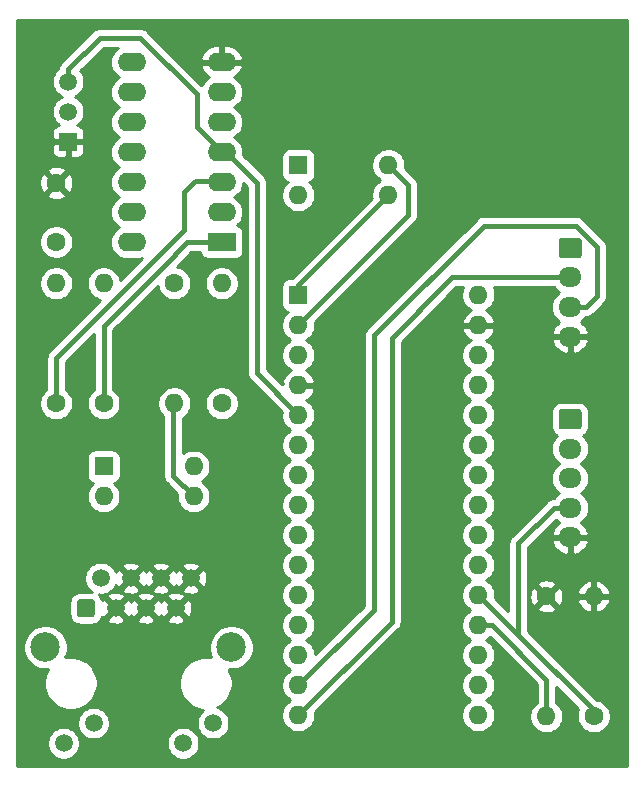
<source format=gbl>
G04 #@! TF.GenerationSoftware,KiCad,Pcbnew,(5.1.5)-2*
G04 #@! TF.CreationDate,2020-02-28T16:04:00+09:00*
G04 #@! TF.ProjectId,circuit_master_ver.2.0.0,63697263-7569-4745-9f6d-61737465725f,rev?*
G04 #@! TF.SameCoordinates,Original*
G04 #@! TF.FileFunction,Copper,L2,Bot*
G04 #@! TF.FilePolarity,Positive*
%FSLAX46Y46*%
G04 Gerber Fmt 4.6, Leading zero omitted, Abs format (unit mm)*
G04 Created by KiCad (PCBNEW (5.1.5)-2) date 2020-02-28 16:04:00*
%MOMM*%
%LPD*%
G04 APERTURE LIST*
%ADD10R,1.600000X1.600000*%
%ADD11O,1.600000X1.600000*%
%ADD12C,1.600000*%
%ADD13C,0.100000*%
%ADD14C,1.500000*%
%ADD15C,2.500000*%
%ADD16O,1.950000X1.700000*%
%ADD17R,1.500000X1.500000*%
%ADD18R,2.400000X1.600000*%
%ADD19O,2.400000X1.600000*%
%ADD20C,1.200000*%
%ADD21C,0.400000*%
%ADD22C,0.254000*%
G04 APERTURE END LIST*
D10*
X59500000Y-134500000D03*
D11*
X74740000Y-167520000D03*
X59500000Y-137040000D03*
X74740000Y-164980000D03*
X59500000Y-139580000D03*
X74740000Y-162440000D03*
X59500000Y-142120000D03*
X74740000Y-159900000D03*
X59500000Y-144660000D03*
X74740000Y-157360000D03*
X59500000Y-147200000D03*
X74740000Y-154820000D03*
X59500000Y-149740000D03*
X74740000Y-152280000D03*
X59500000Y-152280000D03*
X74740000Y-149740000D03*
X59500000Y-154820000D03*
X74740000Y-147200000D03*
X59500000Y-157360000D03*
X74740000Y-144660000D03*
X59500000Y-159900000D03*
X74740000Y-142120000D03*
X59500000Y-162440000D03*
X74740000Y-139580000D03*
X59500000Y-164980000D03*
X74740000Y-137040000D03*
X59500000Y-167520000D03*
X74740000Y-134500000D03*
X59500000Y-170060000D03*
X74740000Y-170060000D03*
D12*
X39000000Y-125000000D03*
X39000000Y-130000000D03*
G04 #@! TA.AperFunction,ComponentPad*
D13*
G36*
X42024053Y-160251206D02*
G01*
X42048370Y-160254813D01*
X42072216Y-160260786D01*
X42095362Y-160269068D01*
X42117585Y-160279579D01*
X42138670Y-160292217D01*
X42158416Y-160306861D01*
X42176630Y-160323370D01*
X42193139Y-160341584D01*
X42207783Y-160361330D01*
X42220421Y-160382415D01*
X42230932Y-160404638D01*
X42239214Y-160427784D01*
X42245187Y-160451630D01*
X42248794Y-160475947D01*
X42250000Y-160500500D01*
X42250000Y-161499500D01*
X42248794Y-161524053D01*
X42245187Y-161548370D01*
X42239214Y-161572216D01*
X42230932Y-161595362D01*
X42220421Y-161617585D01*
X42207783Y-161638670D01*
X42193139Y-161658416D01*
X42176630Y-161676630D01*
X42158416Y-161693139D01*
X42138670Y-161707783D01*
X42117585Y-161720421D01*
X42095362Y-161730932D01*
X42072216Y-161739214D01*
X42048370Y-161745187D01*
X42024053Y-161748794D01*
X41999500Y-161750000D01*
X41000500Y-161750000D01*
X40975947Y-161748794D01*
X40951630Y-161745187D01*
X40927784Y-161739214D01*
X40904638Y-161730932D01*
X40882415Y-161720421D01*
X40861330Y-161707783D01*
X40841584Y-161693139D01*
X40823370Y-161676630D01*
X40806861Y-161658416D01*
X40792217Y-161638670D01*
X40779579Y-161617585D01*
X40769068Y-161595362D01*
X40760786Y-161572216D01*
X40754813Y-161548370D01*
X40751206Y-161524053D01*
X40750000Y-161499500D01*
X40750000Y-160500500D01*
X40751206Y-160475947D01*
X40754813Y-160451630D01*
X40760786Y-160427784D01*
X40769068Y-160404638D01*
X40779579Y-160382415D01*
X40792217Y-160361330D01*
X40806861Y-160341584D01*
X40823370Y-160323370D01*
X40841584Y-160306861D01*
X40861330Y-160292217D01*
X40882415Y-160279579D01*
X40904638Y-160269068D01*
X40927784Y-160260786D01*
X40951630Y-160254813D01*
X40975947Y-160251206D01*
X41000500Y-160250000D01*
X41999500Y-160250000D01*
X42024053Y-160251206D01*
G37*
G04 #@! TD.AperFunction*
D14*
X42770000Y-158460000D03*
X44040000Y-161000000D03*
X45310000Y-158460000D03*
X46580000Y-161000000D03*
X47850000Y-158460000D03*
X49120000Y-161000000D03*
D15*
X38070000Y-164300000D03*
D14*
X50390000Y-158460000D03*
D15*
X53820000Y-164300000D03*
D14*
X39620000Y-172430000D03*
X42160000Y-170730000D03*
X52270000Y-170730000D03*
X49730000Y-172430000D03*
G04 #@! TA.AperFunction,ComponentPad*
D13*
G36*
X83249504Y-129651204D02*
G01*
X83273773Y-129654804D01*
X83297571Y-129660765D01*
X83320671Y-129669030D01*
X83342849Y-129679520D01*
X83363893Y-129692133D01*
X83383598Y-129706747D01*
X83401777Y-129723223D01*
X83418253Y-129741402D01*
X83432867Y-129761107D01*
X83445480Y-129782151D01*
X83455970Y-129804329D01*
X83464235Y-129827429D01*
X83470196Y-129851227D01*
X83473796Y-129875496D01*
X83475000Y-129900000D01*
X83475000Y-131100000D01*
X83473796Y-131124504D01*
X83470196Y-131148773D01*
X83464235Y-131172571D01*
X83455970Y-131195671D01*
X83445480Y-131217849D01*
X83432867Y-131238893D01*
X83418253Y-131258598D01*
X83401777Y-131276777D01*
X83383598Y-131293253D01*
X83363893Y-131307867D01*
X83342849Y-131320480D01*
X83320671Y-131330970D01*
X83297571Y-131339235D01*
X83273773Y-131345196D01*
X83249504Y-131348796D01*
X83225000Y-131350000D01*
X81775000Y-131350000D01*
X81750496Y-131348796D01*
X81726227Y-131345196D01*
X81702429Y-131339235D01*
X81679329Y-131330970D01*
X81657151Y-131320480D01*
X81636107Y-131307867D01*
X81616402Y-131293253D01*
X81598223Y-131276777D01*
X81581747Y-131258598D01*
X81567133Y-131238893D01*
X81554520Y-131217849D01*
X81544030Y-131195671D01*
X81535765Y-131172571D01*
X81529804Y-131148773D01*
X81526204Y-131124504D01*
X81525000Y-131100000D01*
X81525000Y-129900000D01*
X81526204Y-129875496D01*
X81529804Y-129851227D01*
X81535765Y-129827429D01*
X81544030Y-129804329D01*
X81554520Y-129782151D01*
X81567133Y-129761107D01*
X81581747Y-129741402D01*
X81598223Y-129723223D01*
X81616402Y-129706747D01*
X81636107Y-129692133D01*
X81657151Y-129679520D01*
X81679329Y-129669030D01*
X81702429Y-129660765D01*
X81726227Y-129654804D01*
X81750496Y-129651204D01*
X81775000Y-129650000D01*
X83225000Y-129650000D01*
X83249504Y-129651204D01*
G37*
G04 #@! TD.AperFunction*
D16*
X82500000Y-133000000D03*
X82500000Y-135500000D03*
X82500000Y-138000000D03*
G04 #@! TA.AperFunction,ComponentPad*
D13*
G36*
X83249504Y-144151204D02*
G01*
X83273773Y-144154804D01*
X83297571Y-144160765D01*
X83320671Y-144169030D01*
X83342849Y-144179520D01*
X83363893Y-144192133D01*
X83383598Y-144206747D01*
X83401777Y-144223223D01*
X83418253Y-144241402D01*
X83432867Y-144261107D01*
X83445480Y-144282151D01*
X83455970Y-144304329D01*
X83464235Y-144327429D01*
X83470196Y-144351227D01*
X83473796Y-144375496D01*
X83475000Y-144400000D01*
X83475000Y-145600000D01*
X83473796Y-145624504D01*
X83470196Y-145648773D01*
X83464235Y-145672571D01*
X83455970Y-145695671D01*
X83445480Y-145717849D01*
X83432867Y-145738893D01*
X83418253Y-145758598D01*
X83401777Y-145776777D01*
X83383598Y-145793253D01*
X83363893Y-145807867D01*
X83342849Y-145820480D01*
X83320671Y-145830970D01*
X83297571Y-145839235D01*
X83273773Y-145845196D01*
X83249504Y-145848796D01*
X83225000Y-145850000D01*
X81775000Y-145850000D01*
X81750496Y-145848796D01*
X81726227Y-145845196D01*
X81702429Y-145839235D01*
X81679329Y-145830970D01*
X81657151Y-145820480D01*
X81636107Y-145807867D01*
X81616402Y-145793253D01*
X81598223Y-145776777D01*
X81581747Y-145758598D01*
X81567133Y-145738893D01*
X81554520Y-145717849D01*
X81544030Y-145695671D01*
X81535765Y-145672571D01*
X81529804Y-145648773D01*
X81526204Y-145624504D01*
X81525000Y-145600000D01*
X81525000Y-144400000D01*
X81526204Y-144375496D01*
X81529804Y-144351227D01*
X81535765Y-144327429D01*
X81544030Y-144304329D01*
X81554520Y-144282151D01*
X81567133Y-144261107D01*
X81581747Y-144241402D01*
X81598223Y-144223223D01*
X81616402Y-144206747D01*
X81636107Y-144192133D01*
X81657151Y-144179520D01*
X81679329Y-144169030D01*
X81702429Y-144160765D01*
X81726227Y-144154804D01*
X81750496Y-144151204D01*
X81775000Y-144150000D01*
X83225000Y-144150000D01*
X83249504Y-144151204D01*
G37*
G04 #@! TD.AperFunction*
D16*
X82500000Y-147500000D03*
X82500000Y-150000000D03*
X82500000Y-152500000D03*
X82500000Y-155000000D03*
D14*
X40000000Y-118960000D03*
X40000000Y-116420000D03*
D17*
X40000000Y-121500000D03*
D12*
X43000000Y-143660000D03*
D11*
X43000000Y-133500000D03*
X39000000Y-133500000D03*
D12*
X39000000Y-143660000D03*
D11*
X80500000Y-170160000D03*
D12*
X80500000Y-160000000D03*
X84500000Y-170160000D03*
D11*
X84500000Y-160000000D03*
X53000000Y-133500000D03*
D12*
X53000000Y-143660000D03*
X49000000Y-133500000D03*
D11*
X49000000Y-143660000D03*
D10*
X43000000Y-149000000D03*
D11*
X50620000Y-151540000D03*
X43000000Y-151540000D03*
X50620000Y-149000000D03*
X67120000Y-123500000D03*
X59500000Y-126040000D03*
X67120000Y-126040000D03*
D10*
X59500000Y-123500000D03*
D18*
X53000000Y-130000000D03*
D19*
X45380000Y-114760000D03*
X53000000Y-127460000D03*
X45380000Y-117300000D03*
X53000000Y-124920000D03*
X45380000Y-119840000D03*
X53000000Y-122380000D03*
X45380000Y-122380000D03*
X53000000Y-119840000D03*
X45380000Y-124920000D03*
X53000000Y-117300000D03*
X45380000Y-127460000D03*
X53000000Y-114760000D03*
X45380000Y-130000000D03*
D20*
X82500000Y-115000000D03*
X75000000Y-115000000D03*
X67500000Y-115000000D03*
X60000000Y-115000000D03*
X75000000Y-122500000D03*
X82500000Y-122500000D03*
X69000000Y-130000000D03*
X63000000Y-140000000D03*
X63000000Y-159000000D03*
X72500000Y-136500000D03*
X71000000Y-142500000D03*
X71000000Y-155000000D03*
X70500000Y-165000000D03*
X62000000Y-172500000D03*
X79000000Y-172500000D03*
X83000000Y-164000000D03*
X85500000Y-151000000D03*
X78500000Y-140000000D03*
X86000000Y-138500000D03*
X86000000Y-127000000D03*
X46000000Y-166500000D03*
X55000000Y-155500000D03*
X38000000Y-155500000D03*
X45500000Y-146000000D03*
X50500000Y-137000000D03*
X37500000Y-136500000D03*
X42000000Y-127500000D03*
X59500000Y-129000000D03*
X50500000Y-112500000D03*
X37500000Y-112500000D03*
D21*
X67120000Y-126040000D02*
X59500000Y-133660000D01*
X59500000Y-133660000D02*
X59500000Y-134500000D01*
X67120000Y-123500000D02*
X68800000Y-125180000D01*
X68800000Y-127700002D02*
X59500002Y-137000000D01*
X68800000Y-125180000D02*
X68800000Y-127700002D01*
X75871370Y-162440000D02*
X80500000Y-167068630D01*
X74740000Y-162440000D02*
X75871370Y-162440000D01*
X80500000Y-167068630D02*
X80500000Y-170100000D01*
X84500000Y-169660000D02*
X84500000Y-170100000D01*
X78120000Y-155505000D02*
X81125000Y-152500000D01*
X78120000Y-163280000D02*
X78120000Y-155505000D01*
X78120000Y-163280000D02*
X84500000Y-169660000D01*
X74740000Y-159900000D02*
X78120000Y-163280000D01*
X81125000Y-152500000D02*
X82500000Y-152500000D01*
X40000000Y-115359340D02*
X42659340Y-112700000D01*
X40000000Y-116420000D02*
X40000000Y-115359340D01*
X42659340Y-112700000D02*
X46000000Y-112700000D01*
X52700000Y-122400000D02*
X53000000Y-122400000D01*
X46000000Y-112700000D02*
X46100000Y-112700000D01*
X46100000Y-112700000D02*
X50900000Y-117500000D01*
X50900000Y-117500000D02*
X50900000Y-120300000D01*
X50900000Y-120300000D02*
X53000000Y-122400000D01*
X53400000Y-122380000D02*
X56000000Y-124980000D01*
X53000000Y-122380000D02*
X53400000Y-122380000D01*
X56000000Y-124980000D02*
X56000000Y-141100000D01*
X56000000Y-141100000D02*
X59500000Y-144600000D01*
X82985678Y-128600000D02*
X84800000Y-130414322D01*
X84800000Y-134575000D02*
X83875000Y-135500000D01*
X84800000Y-130414322D02*
X84800000Y-134575000D01*
X83875000Y-135500000D02*
X82500000Y-135500000D01*
X59500000Y-167520000D02*
X65900000Y-161120000D01*
X65900000Y-161120000D02*
X65900000Y-137900000D01*
X82985678Y-128600000D02*
X76100000Y-128600000D01*
X76100000Y-128600000D02*
X75200000Y-128600000D01*
X65900000Y-137900000D02*
X75200000Y-128600000D01*
X59500000Y-170060000D02*
X67400000Y-162160000D01*
X67400000Y-162160000D02*
X67400000Y-138100000D01*
X67400000Y-138100000D02*
X72000000Y-133500000D01*
X72000000Y-133500000D02*
X72500000Y-133000000D01*
X72500000Y-133000000D02*
X82500000Y-133000000D01*
X50620000Y-151540000D02*
X48900000Y-149820000D01*
X48900000Y-149820000D02*
X48900000Y-143600000D01*
X39000000Y-143660000D02*
X39000000Y-139800000D01*
X39000000Y-139800000D02*
X48500000Y-130300000D01*
X48500000Y-130300000D02*
X49800000Y-129000000D01*
X49800000Y-129000000D02*
X49800000Y-126400000D01*
X49800000Y-126400000D02*
X49800000Y-125800000D01*
X49800000Y-125800000D02*
X50700000Y-124900000D01*
X50700000Y-124900000D02*
X50800000Y-124800000D01*
X50800000Y-124800000D02*
X53000000Y-124800000D01*
X43000000Y-143660000D02*
X43000000Y-137575998D01*
X43000000Y-137575998D02*
X43000000Y-137100000D01*
X43000000Y-137100000D02*
X48000000Y-132100000D01*
X48000000Y-132100000D02*
X50100000Y-130000000D01*
X50100000Y-130000000D02*
X53000000Y-130000000D01*
D22*
G36*
X87340000Y-174340000D02*
G01*
X35660000Y-174340000D01*
X35660000Y-172293589D01*
X38235000Y-172293589D01*
X38235000Y-172566411D01*
X38288225Y-172833989D01*
X38392629Y-173086043D01*
X38544201Y-173312886D01*
X38737114Y-173505799D01*
X38963957Y-173657371D01*
X39216011Y-173761775D01*
X39483589Y-173815000D01*
X39756411Y-173815000D01*
X40023989Y-173761775D01*
X40276043Y-173657371D01*
X40502886Y-173505799D01*
X40695799Y-173312886D01*
X40847371Y-173086043D01*
X40951775Y-172833989D01*
X41005000Y-172566411D01*
X41005000Y-172293589D01*
X48345000Y-172293589D01*
X48345000Y-172566411D01*
X48398225Y-172833989D01*
X48502629Y-173086043D01*
X48654201Y-173312886D01*
X48847114Y-173505799D01*
X49073957Y-173657371D01*
X49326011Y-173761775D01*
X49593589Y-173815000D01*
X49866411Y-173815000D01*
X50133989Y-173761775D01*
X50386043Y-173657371D01*
X50612886Y-173505799D01*
X50805799Y-173312886D01*
X50957371Y-173086043D01*
X51061775Y-172833989D01*
X51115000Y-172566411D01*
X51115000Y-172293589D01*
X51061775Y-172026011D01*
X50957371Y-171773957D01*
X50805799Y-171547114D01*
X50612886Y-171354201D01*
X50386043Y-171202629D01*
X50133989Y-171098225D01*
X49866411Y-171045000D01*
X49593589Y-171045000D01*
X49326011Y-171098225D01*
X49073957Y-171202629D01*
X48847114Y-171354201D01*
X48654201Y-171547114D01*
X48502629Y-171773957D01*
X48398225Y-172026011D01*
X48345000Y-172293589D01*
X41005000Y-172293589D01*
X40951775Y-172026011D01*
X40847371Y-171773957D01*
X40695799Y-171547114D01*
X40502886Y-171354201D01*
X40276043Y-171202629D01*
X40023989Y-171098225D01*
X39756411Y-171045000D01*
X39483589Y-171045000D01*
X39216011Y-171098225D01*
X38963957Y-171202629D01*
X38737114Y-171354201D01*
X38544201Y-171547114D01*
X38392629Y-171773957D01*
X38288225Y-172026011D01*
X38235000Y-172293589D01*
X35660000Y-172293589D01*
X35660000Y-170593589D01*
X40775000Y-170593589D01*
X40775000Y-170866411D01*
X40828225Y-171133989D01*
X40932629Y-171386043D01*
X41084201Y-171612886D01*
X41277114Y-171805799D01*
X41503957Y-171957371D01*
X41756011Y-172061775D01*
X42023589Y-172115000D01*
X42296411Y-172115000D01*
X42563989Y-172061775D01*
X42816043Y-171957371D01*
X43042886Y-171805799D01*
X43235799Y-171612886D01*
X43387371Y-171386043D01*
X43491775Y-171133989D01*
X43545000Y-170866411D01*
X43545000Y-170593589D01*
X43491775Y-170326011D01*
X43387371Y-170073957D01*
X43235799Y-169847114D01*
X43042886Y-169654201D01*
X42816043Y-169502629D01*
X42563989Y-169398225D01*
X42296411Y-169345000D01*
X42023589Y-169345000D01*
X41756011Y-169398225D01*
X41503957Y-169502629D01*
X41277114Y-169654201D01*
X41084201Y-169847114D01*
X40932629Y-170073957D01*
X40828225Y-170326011D01*
X40775000Y-170593589D01*
X35660000Y-170593589D01*
X35660000Y-164114344D01*
X36185000Y-164114344D01*
X36185000Y-164485656D01*
X36257439Y-164849834D01*
X36399534Y-165192882D01*
X36605825Y-165501618D01*
X36868382Y-165764175D01*
X37177118Y-165970466D01*
X37520166Y-166112561D01*
X37884344Y-166185000D01*
X38255656Y-166185000D01*
X38295667Y-166177041D01*
X38227214Y-166279489D01*
X38056851Y-166690782D01*
X37970000Y-167127409D01*
X37970000Y-167572591D01*
X38056851Y-168009218D01*
X38227214Y-168420511D01*
X38474544Y-168790666D01*
X38789334Y-169105456D01*
X39159489Y-169352786D01*
X39570782Y-169523149D01*
X40007409Y-169610000D01*
X40452591Y-169610000D01*
X40889218Y-169523149D01*
X41300511Y-169352786D01*
X41670666Y-169105456D01*
X41985456Y-168790666D01*
X42232786Y-168420511D01*
X42403149Y-168009218D01*
X42490000Y-167572591D01*
X42490000Y-167127409D01*
X49400000Y-167127409D01*
X49400000Y-167572591D01*
X49486851Y-168009218D01*
X49657214Y-168420511D01*
X49904544Y-168790666D01*
X50219334Y-169105456D01*
X50589489Y-169352786D01*
X51000782Y-169523149D01*
X51437409Y-169610000D01*
X51453265Y-169610000D01*
X51387114Y-169654201D01*
X51194201Y-169847114D01*
X51042629Y-170073957D01*
X50938225Y-170326011D01*
X50885000Y-170593589D01*
X50885000Y-170866411D01*
X50938225Y-171133989D01*
X51042629Y-171386043D01*
X51194201Y-171612886D01*
X51387114Y-171805799D01*
X51613957Y-171957371D01*
X51866011Y-172061775D01*
X52133589Y-172115000D01*
X52406411Y-172115000D01*
X52673989Y-172061775D01*
X52926043Y-171957371D01*
X53152886Y-171805799D01*
X53345799Y-171612886D01*
X53497371Y-171386043D01*
X53601775Y-171133989D01*
X53655000Y-170866411D01*
X53655000Y-170593589D01*
X53601775Y-170326011D01*
X53497371Y-170073957D01*
X53345799Y-169847114D01*
X53152886Y-169654201D01*
X52926043Y-169502629D01*
X52673989Y-169398225D01*
X52638064Y-169391079D01*
X52730511Y-169352786D01*
X53100666Y-169105456D01*
X53415456Y-168790666D01*
X53662786Y-168420511D01*
X53833149Y-168009218D01*
X53920000Y-167572591D01*
X53920000Y-167127409D01*
X53833149Y-166690782D01*
X53662786Y-166279489D01*
X53594333Y-166177041D01*
X53634344Y-166185000D01*
X54005656Y-166185000D01*
X54369834Y-166112561D01*
X54712882Y-165970466D01*
X55021618Y-165764175D01*
X55284175Y-165501618D01*
X55490466Y-165192882D01*
X55632561Y-164849834D01*
X55705000Y-164485656D01*
X55705000Y-164114344D01*
X55632561Y-163750166D01*
X55490466Y-163407118D01*
X55284175Y-163098382D01*
X55021618Y-162835825D01*
X54712882Y-162629534D01*
X54369834Y-162487439D01*
X54005656Y-162415000D01*
X53634344Y-162415000D01*
X53270166Y-162487439D01*
X52927118Y-162629534D01*
X52618382Y-162835825D01*
X52355825Y-163098382D01*
X52149534Y-163407118D01*
X52007439Y-163750166D01*
X51935000Y-164114344D01*
X51935000Y-164485656D01*
X52007439Y-164849834D01*
X52127061Y-165138628D01*
X51882591Y-165090000D01*
X51437409Y-165090000D01*
X51000782Y-165176851D01*
X50589489Y-165347214D01*
X50219334Y-165594544D01*
X49904544Y-165909334D01*
X49657214Y-166279489D01*
X49486851Y-166690782D01*
X49400000Y-167127409D01*
X42490000Y-167127409D01*
X42403149Y-166690782D01*
X42232786Y-166279489D01*
X41985456Y-165909334D01*
X41670666Y-165594544D01*
X41300511Y-165347214D01*
X40889218Y-165176851D01*
X40452591Y-165090000D01*
X40007409Y-165090000D01*
X39762939Y-165138628D01*
X39882561Y-164849834D01*
X39955000Y-164485656D01*
X39955000Y-164114344D01*
X39882561Y-163750166D01*
X39740466Y-163407118D01*
X39534175Y-163098382D01*
X39271618Y-162835825D01*
X38962882Y-162629534D01*
X38619834Y-162487439D01*
X38255656Y-162415000D01*
X37884344Y-162415000D01*
X37520166Y-162487439D01*
X37177118Y-162629534D01*
X36868382Y-162835825D01*
X36605825Y-163098382D01*
X36399534Y-163407118D01*
X36257439Y-163750166D01*
X36185000Y-164114344D01*
X35660000Y-164114344D01*
X35660000Y-160500500D01*
X40111928Y-160500500D01*
X40111928Y-161499500D01*
X40129002Y-161672852D01*
X40179567Y-161839542D01*
X40261679Y-161993164D01*
X40372185Y-162127815D01*
X40506836Y-162238321D01*
X40660458Y-162320433D01*
X40827148Y-162370998D01*
X41000500Y-162388072D01*
X41999500Y-162388072D01*
X42172852Y-162370998D01*
X42339542Y-162320433D01*
X42493164Y-162238321D01*
X42627815Y-162127815D01*
X42738321Y-161993164D01*
X42757654Y-161956993D01*
X43262612Y-161956993D01*
X43328137Y-162195860D01*
X43575116Y-162311760D01*
X43839960Y-162377250D01*
X44112492Y-162389812D01*
X44382238Y-162348965D01*
X44638832Y-162256277D01*
X44751863Y-162195860D01*
X44817388Y-161956993D01*
X45802612Y-161956993D01*
X45868137Y-162195860D01*
X46115116Y-162311760D01*
X46379960Y-162377250D01*
X46652492Y-162389812D01*
X46922238Y-162348965D01*
X47178832Y-162256277D01*
X47291863Y-162195860D01*
X47357388Y-161956993D01*
X48342612Y-161956993D01*
X48408137Y-162195860D01*
X48655116Y-162311760D01*
X48919960Y-162377250D01*
X49192492Y-162389812D01*
X49462238Y-162348965D01*
X49718832Y-162256277D01*
X49831863Y-162195860D01*
X49897388Y-161956993D01*
X49120000Y-161179605D01*
X48342612Y-161956993D01*
X47357388Y-161956993D01*
X46580000Y-161179605D01*
X45802612Y-161956993D01*
X44817388Y-161956993D01*
X44040000Y-161179605D01*
X43262612Y-161956993D01*
X42757654Y-161956993D01*
X42820433Y-161839542D01*
X42858010Y-161715668D01*
X43083007Y-161777388D01*
X43860395Y-161000000D01*
X44219605Y-161000000D01*
X44996993Y-161777388D01*
X45235860Y-161711863D01*
X45308578Y-161556904D01*
X45323723Y-161598832D01*
X45384140Y-161711863D01*
X45623007Y-161777388D01*
X46400395Y-161000000D01*
X46759605Y-161000000D01*
X47536993Y-161777388D01*
X47775860Y-161711863D01*
X47848578Y-161556904D01*
X47863723Y-161598832D01*
X47924140Y-161711863D01*
X48163007Y-161777388D01*
X48940395Y-161000000D01*
X49299605Y-161000000D01*
X50076993Y-161777388D01*
X50315860Y-161711863D01*
X50431760Y-161464884D01*
X50497250Y-161200040D01*
X50509812Y-160927508D01*
X50468965Y-160657762D01*
X50376277Y-160401168D01*
X50315860Y-160288137D01*
X50076993Y-160222612D01*
X49299605Y-161000000D01*
X48940395Y-161000000D01*
X48163007Y-160222612D01*
X47924140Y-160288137D01*
X47851422Y-160443096D01*
X47836277Y-160401168D01*
X47775860Y-160288137D01*
X47536993Y-160222612D01*
X46759605Y-161000000D01*
X46400395Y-161000000D01*
X45623007Y-160222612D01*
X45384140Y-160288137D01*
X45311422Y-160443096D01*
X45296277Y-160401168D01*
X45235860Y-160288137D01*
X44996993Y-160222612D01*
X44219605Y-161000000D01*
X43860395Y-161000000D01*
X43083007Y-160222612D01*
X42858010Y-160284332D01*
X42820433Y-160160458D01*
X42757655Y-160043007D01*
X43262612Y-160043007D01*
X44040000Y-160820395D01*
X44817388Y-160043007D01*
X45802612Y-160043007D01*
X46580000Y-160820395D01*
X47357388Y-160043007D01*
X48342612Y-160043007D01*
X49120000Y-160820395D01*
X49897388Y-160043007D01*
X49831863Y-159804140D01*
X49584884Y-159688240D01*
X49320040Y-159622750D01*
X49047508Y-159610188D01*
X48777762Y-159651035D01*
X48521168Y-159743723D01*
X48408137Y-159804140D01*
X48342612Y-160043007D01*
X47357388Y-160043007D01*
X47291863Y-159804140D01*
X47044884Y-159688240D01*
X46780040Y-159622750D01*
X46507508Y-159610188D01*
X46237762Y-159651035D01*
X45981168Y-159743723D01*
X45868137Y-159804140D01*
X45802612Y-160043007D01*
X44817388Y-160043007D01*
X44751863Y-159804140D01*
X44504884Y-159688240D01*
X44240040Y-159622750D01*
X43967508Y-159610188D01*
X43697762Y-159651035D01*
X43441168Y-159743723D01*
X43328137Y-159804140D01*
X43262612Y-160043007D01*
X42757655Y-160043007D01*
X42738321Y-160006836D01*
X42627815Y-159872185D01*
X42582246Y-159834787D01*
X42633589Y-159845000D01*
X42906411Y-159845000D01*
X43173989Y-159791775D01*
X43426043Y-159687371D01*
X43652886Y-159535799D01*
X43771692Y-159416993D01*
X44532612Y-159416993D01*
X44598137Y-159655860D01*
X44845116Y-159771760D01*
X45109960Y-159837250D01*
X45382492Y-159849812D01*
X45652238Y-159808965D01*
X45908832Y-159716277D01*
X46021863Y-159655860D01*
X46087388Y-159416993D01*
X47072612Y-159416993D01*
X47138137Y-159655860D01*
X47385116Y-159771760D01*
X47649960Y-159837250D01*
X47922492Y-159849812D01*
X48192238Y-159808965D01*
X48448832Y-159716277D01*
X48561863Y-159655860D01*
X48627388Y-159416993D01*
X49612612Y-159416993D01*
X49678137Y-159655860D01*
X49925116Y-159771760D01*
X50189960Y-159837250D01*
X50462492Y-159849812D01*
X50732238Y-159808965D01*
X50988832Y-159716277D01*
X51101863Y-159655860D01*
X51167388Y-159416993D01*
X50390000Y-158639605D01*
X49612612Y-159416993D01*
X48627388Y-159416993D01*
X47850000Y-158639605D01*
X47072612Y-159416993D01*
X46087388Y-159416993D01*
X45310000Y-158639605D01*
X44532612Y-159416993D01*
X43771692Y-159416993D01*
X43845799Y-159342886D01*
X43997371Y-159116043D01*
X44038511Y-159016721D01*
X44053723Y-159058832D01*
X44114140Y-159171863D01*
X44353007Y-159237388D01*
X45130395Y-158460000D01*
X45489605Y-158460000D01*
X46266993Y-159237388D01*
X46505860Y-159171863D01*
X46578578Y-159016904D01*
X46593723Y-159058832D01*
X46654140Y-159171863D01*
X46893007Y-159237388D01*
X47670395Y-158460000D01*
X48029605Y-158460000D01*
X48806993Y-159237388D01*
X49045860Y-159171863D01*
X49118578Y-159016904D01*
X49133723Y-159058832D01*
X49194140Y-159171863D01*
X49433007Y-159237388D01*
X50210395Y-158460000D01*
X50569605Y-158460000D01*
X51346993Y-159237388D01*
X51585860Y-159171863D01*
X51701760Y-158924884D01*
X51767250Y-158660040D01*
X51779812Y-158387508D01*
X51738965Y-158117762D01*
X51646277Y-157861168D01*
X51585860Y-157748137D01*
X51346993Y-157682612D01*
X50569605Y-158460000D01*
X50210395Y-158460000D01*
X49433007Y-157682612D01*
X49194140Y-157748137D01*
X49121422Y-157903096D01*
X49106277Y-157861168D01*
X49045860Y-157748137D01*
X48806993Y-157682612D01*
X48029605Y-158460000D01*
X47670395Y-158460000D01*
X46893007Y-157682612D01*
X46654140Y-157748137D01*
X46581422Y-157903096D01*
X46566277Y-157861168D01*
X46505860Y-157748137D01*
X46266993Y-157682612D01*
X45489605Y-158460000D01*
X45130395Y-158460000D01*
X44353007Y-157682612D01*
X44114140Y-157748137D01*
X44039836Y-157906477D01*
X43997371Y-157803957D01*
X43845799Y-157577114D01*
X43771692Y-157503007D01*
X44532612Y-157503007D01*
X45310000Y-158280395D01*
X46087388Y-157503007D01*
X47072612Y-157503007D01*
X47850000Y-158280395D01*
X48627388Y-157503007D01*
X49612612Y-157503007D01*
X50390000Y-158280395D01*
X51167388Y-157503007D01*
X51101863Y-157264140D01*
X50854884Y-157148240D01*
X50590040Y-157082750D01*
X50317508Y-157070188D01*
X50047762Y-157111035D01*
X49791168Y-157203723D01*
X49678137Y-157264140D01*
X49612612Y-157503007D01*
X48627388Y-157503007D01*
X48561863Y-157264140D01*
X48314884Y-157148240D01*
X48050040Y-157082750D01*
X47777508Y-157070188D01*
X47507762Y-157111035D01*
X47251168Y-157203723D01*
X47138137Y-157264140D01*
X47072612Y-157503007D01*
X46087388Y-157503007D01*
X46021863Y-157264140D01*
X45774884Y-157148240D01*
X45510040Y-157082750D01*
X45237508Y-157070188D01*
X44967762Y-157111035D01*
X44711168Y-157203723D01*
X44598137Y-157264140D01*
X44532612Y-157503007D01*
X43771692Y-157503007D01*
X43652886Y-157384201D01*
X43426043Y-157232629D01*
X43173989Y-157128225D01*
X42906411Y-157075000D01*
X42633589Y-157075000D01*
X42366011Y-157128225D01*
X42113957Y-157232629D01*
X41887114Y-157384201D01*
X41694201Y-157577114D01*
X41542629Y-157803957D01*
X41438225Y-158056011D01*
X41385000Y-158323589D01*
X41385000Y-158596411D01*
X41438225Y-158863989D01*
X41542629Y-159116043D01*
X41694201Y-159342886D01*
X41887114Y-159535799D01*
X42001317Y-159612107D01*
X41999500Y-159611928D01*
X41000500Y-159611928D01*
X40827148Y-159629002D01*
X40660458Y-159679567D01*
X40506836Y-159761679D01*
X40372185Y-159872185D01*
X40261679Y-160006836D01*
X40179567Y-160160458D01*
X40129002Y-160327148D01*
X40111928Y-160500500D01*
X35660000Y-160500500D01*
X35660000Y-148200000D01*
X41561928Y-148200000D01*
X41561928Y-149800000D01*
X41574188Y-149924482D01*
X41610498Y-150044180D01*
X41669463Y-150154494D01*
X41748815Y-150251185D01*
X41845506Y-150330537D01*
X41955820Y-150389502D01*
X42075518Y-150425812D01*
X42083961Y-150426643D01*
X41885363Y-150625241D01*
X41728320Y-150860273D01*
X41620147Y-151121426D01*
X41565000Y-151398665D01*
X41565000Y-151681335D01*
X41620147Y-151958574D01*
X41728320Y-152219727D01*
X41885363Y-152454759D01*
X42085241Y-152654637D01*
X42320273Y-152811680D01*
X42581426Y-152919853D01*
X42858665Y-152975000D01*
X43141335Y-152975000D01*
X43418574Y-152919853D01*
X43679727Y-152811680D01*
X43914759Y-152654637D01*
X44114637Y-152454759D01*
X44271680Y-152219727D01*
X44379853Y-151958574D01*
X44435000Y-151681335D01*
X44435000Y-151398665D01*
X44379853Y-151121426D01*
X44271680Y-150860273D01*
X44114637Y-150625241D01*
X43916039Y-150426643D01*
X43924482Y-150425812D01*
X44044180Y-150389502D01*
X44154494Y-150330537D01*
X44251185Y-150251185D01*
X44330537Y-150154494D01*
X44389502Y-150044180D01*
X44425812Y-149924482D01*
X44438072Y-149800000D01*
X44438072Y-148200000D01*
X44425812Y-148075518D01*
X44389502Y-147955820D01*
X44330537Y-147845506D01*
X44251185Y-147748815D01*
X44154494Y-147669463D01*
X44044180Y-147610498D01*
X43924482Y-147574188D01*
X43800000Y-147561928D01*
X42200000Y-147561928D01*
X42075518Y-147574188D01*
X41955820Y-147610498D01*
X41845506Y-147669463D01*
X41748815Y-147748815D01*
X41669463Y-147845506D01*
X41610498Y-147955820D01*
X41574188Y-148075518D01*
X41561928Y-148200000D01*
X35660000Y-148200000D01*
X35660000Y-143518665D01*
X37565000Y-143518665D01*
X37565000Y-143801335D01*
X37620147Y-144078574D01*
X37728320Y-144339727D01*
X37885363Y-144574759D01*
X38085241Y-144774637D01*
X38320273Y-144931680D01*
X38581426Y-145039853D01*
X38858665Y-145095000D01*
X39141335Y-145095000D01*
X39418574Y-145039853D01*
X39679727Y-144931680D01*
X39914759Y-144774637D01*
X40114637Y-144574759D01*
X40271680Y-144339727D01*
X40379853Y-144078574D01*
X40435000Y-143801335D01*
X40435000Y-143518665D01*
X40379853Y-143241426D01*
X40271680Y-142980273D01*
X40114637Y-142745241D01*
X39914759Y-142545363D01*
X39835000Y-142492070D01*
X39835000Y-140145867D01*
X42165001Y-137815867D01*
X42165000Y-142492070D01*
X42085241Y-142545363D01*
X41885363Y-142745241D01*
X41728320Y-142980273D01*
X41620147Y-143241426D01*
X41565000Y-143518665D01*
X41565000Y-143801335D01*
X41620147Y-144078574D01*
X41728320Y-144339727D01*
X41885363Y-144574759D01*
X42085241Y-144774637D01*
X42320273Y-144931680D01*
X42581426Y-145039853D01*
X42858665Y-145095000D01*
X43141335Y-145095000D01*
X43418574Y-145039853D01*
X43679727Y-144931680D01*
X43914759Y-144774637D01*
X44114637Y-144574759D01*
X44271680Y-144339727D01*
X44379853Y-144078574D01*
X44435000Y-143801335D01*
X44435000Y-143518665D01*
X47565000Y-143518665D01*
X47565000Y-143801335D01*
X47620147Y-144078574D01*
X47728320Y-144339727D01*
X47885363Y-144574759D01*
X48065001Y-144754397D01*
X48065000Y-149778981D01*
X48060960Y-149820000D01*
X48065000Y-149861018D01*
X48077082Y-149983688D01*
X48124828Y-150141086D01*
X48202364Y-150286145D01*
X48306709Y-150413291D01*
X48338579Y-150439446D01*
X49203715Y-151304582D01*
X49185000Y-151398665D01*
X49185000Y-151681335D01*
X49240147Y-151958574D01*
X49348320Y-152219727D01*
X49505363Y-152454759D01*
X49705241Y-152654637D01*
X49940273Y-152811680D01*
X50201426Y-152919853D01*
X50478665Y-152975000D01*
X50761335Y-152975000D01*
X51038574Y-152919853D01*
X51299727Y-152811680D01*
X51534759Y-152654637D01*
X51734637Y-152454759D01*
X51891680Y-152219727D01*
X51999853Y-151958574D01*
X52055000Y-151681335D01*
X52055000Y-151398665D01*
X51999853Y-151121426D01*
X51891680Y-150860273D01*
X51734637Y-150625241D01*
X51534759Y-150425363D01*
X51302241Y-150270000D01*
X51534759Y-150114637D01*
X51734637Y-149914759D01*
X51891680Y-149679727D01*
X51999853Y-149418574D01*
X52055000Y-149141335D01*
X52055000Y-148858665D01*
X51999853Y-148581426D01*
X51891680Y-148320273D01*
X51734637Y-148085241D01*
X51534759Y-147885363D01*
X51299727Y-147728320D01*
X51038574Y-147620147D01*
X50761335Y-147565000D01*
X50478665Y-147565000D01*
X50201426Y-147620147D01*
X49940273Y-147728320D01*
X49735000Y-147865479D01*
X49735000Y-144894748D01*
X49914759Y-144774637D01*
X50114637Y-144574759D01*
X50271680Y-144339727D01*
X50379853Y-144078574D01*
X50435000Y-143801335D01*
X50435000Y-143518665D01*
X51565000Y-143518665D01*
X51565000Y-143801335D01*
X51620147Y-144078574D01*
X51728320Y-144339727D01*
X51885363Y-144574759D01*
X52085241Y-144774637D01*
X52320273Y-144931680D01*
X52581426Y-145039853D01*
X52858665Y-145095000D01*
X53141335Y-145095000D01*
X53418574Y-145039853D01*
X53679727Y-144931680D01*
X53914759Y-144774637D01*
X54114637Y-144574759D01*
X54271680Y-144339727D01*
X54379853Y-144078574D01*
X54435000Y-143801335D01*
X54435000Y-143518665D01*
X54379853Y-143241426D01*
X54271680Y-142980273D01*
X54114637Y-142745241D01*
X53914759Y-142545363D01*
X53679727Y-142388320D01*
X53418574Y-142280147D01*
X53141335Y-142225000D01*
X52858665Y-142225000D01*
X52581426Y-142280147D01*
X52320273Y-142388320D01*
X52085241Y-142545363D01*
X51885363Y-142745241D01*
X51728320Y-142980273D01*
X51620147Y-143241426D01*
X51565000Y-143518665D01*
X50435000Y-143518665D01*
X50379853Y-143241426D01*
X50271680Y-142980273D01*
X50114637Y-142745241D01*
X49914759Y-142545363D01*
X49679727Y-142388320D01*
X49418574Y-142280147D01*
X49141335Y-142225000D01*
X48858665Y-142225000D01*
X48581426Y-142280147D01*
X48320273Y-142388320D01*
X48085241Y-142545363D01*
X47885363Y-142745241D01*
X47728320Y-142980273D01*
X47620147Y-143241426D01*
X47565000Y-143518665D01*
X44435000Y-143518665D01*
X44379853Y-143241426D01*
X44271680Y-142980273D01*
X44114637Y-142745241D01*
X43914759Y-142545363D01*
X43835000Y-142492070D01*
X43835000Y-137445867D01*
X47577366Y-133703503D01*
X47620147Y-133918574D01*
X47728320Y-134179727D01*
X47885363Y-134414759D01*
X48085241Y-134614637D01*
X48320273Y-134771680D01*
X48581426Y-134879853D01*
X48858665Y-134935000D01*
X49141335Y-134935000D01*
X49418574Y-134879853D01*
X49679727Y-134771680D01*
X49914759Y-134614637D01*
X50114637Y-134414759D01*
X50271680Y-134179727D01*
X50379853Y-133918574D01*
X50435000Y-133641335D01*
X50435000Y-133358665D01*
X51565000Y-133358665D01*
X51565000Y-133641335D01*
X51620147Y-133918574D01*
X51728320Y-134179727D01*
X51885363Y-134414759D01*
X52085241Y-134614637D01*
X52320273Y-134771680D01*
X52581426Y-134879853D01*
X52858665Y-134935000D01*
X53141335Y-134935000D01*
X53418574Y-134879853D01*
X53679727Y-134771680D01*
X53914759Y-134614637D01*
X54114637Y-134414759D01*
X54271680Y-134179727D01*
X54379853Y-133918574D01*
X54435000Y-133641335D01*
X54435000Y-133358665D01*
X54379853Y-133081426D01*
X54271680Y-132820273D01*
X54114637Y-132585241D01*
X53914759Y-132385363D01*
X53679727Y-132228320D01*
X53418574Y-132120147D01*
X53141335Y-132065000D01*
X52858665Y-132065000D01*
X52581426Y-132120147D01*
X52320273Y-132228320D01*
X52085241Y-132385363D01*
X51885363Y-132585241D01*
X51728320Y-132820273D01*
X51620147Y-133081426D01*
X51565000Y-133358665D01*
X50435000Y-133358665D01*
X50379853Y-133081426D01*
X50271680Y-132820273D01*
X50114637Y-132585241D01*
X49914759Y-132385363D01*
X49679727Y-132228320D01*
X49418574Y-132120147D01*
X49203501Y-132077366D01*
X50445868Y-130835000D01*
X51165375Y-130835000D01*
X51174188Y-130924482D01*
X51210498Y-131044180D01*
X51269463Y-131154494D01*
X51348815Y-131251185D01*
X51445506Y-131330537D01*
X51555820Y-131389502D01*
X51675518Y-131425812D01*
X51800000Y-131438072D01*
X54200000Y-131438072D01*
X54324482Y-131425812D01*
X54444180Y-131389502D01*
X54554494Y-131330537D01*
X54651185Y-131251185D01*
X54730537Y-131154494D01*
X54789502Y-131044180D01*
X54825812Y-130924482D01*
X54838072Y-130800000D01*
X54838072Y-129200000D01*
X54825812Y-129075518D01*
X54789502Y-128955820D01*
X54730537Y-128845506D01*
X54651185Y-128748815D01*
X54554494Y-128669463D01*
X54444180Y-128610498D01*
X54324482Y-128574188D01*
X54306518Y-128572419D01*
X54419608Y-128479608D01*
X54598932Y-128261101D01*
X54732182Y-128011808D01*
X54814236Y-127741309D01*
X54841943Y-127460000D01*
X54814236Y-127178691D01*
X54732182Y-126908192D01*
X54598932Y-126658899D01*
X54419608Y-126440392D01*
X54201101Y-126261068D01*
X54068142Y-126190000D01*
X54201101Y-126118932D01*
X54419608Y-125939608D01*
X54598932Y-125721101D01*
X54732182Y-125471808D01*
X54814236Y-125201309D01*
X54834518Y-124995386D01*
X55165000Y-125325868D01*
X55165001Y-141058971D01*
X55160960Y-141100000D01*
X55177082Y-141263688D01*
X55224828Y-141421086D01*
X55224829Y-141421087D01*
X55302365Y-141566146D01*
X55406710Y-141693291D01*
X55438574Y-141719441D01*
X58093669Y-144374537D01*
X58065000Y-144518665D01*
X58065000Y-144801335D01*
X58120147Y-145078574D01*
X58228320Y-145339727D01*
X58385363Y-145574759D01*
X58585241Y-145774637D01*
X58817759Y-145930000D01*
X58585241Y-146085363D01*
X58385363Y-146285241D01*
X58228320Y-146520273D01*
X58120147Y-146781426D01*
X58065000Y-147058665D01*
X58065000Y-147341335D01*
X58120147Y-147618574D01*
X58228320Y-147879727D01*
X58385363Y-148114759D01*
X58585241Y-148314637D01*
X58817759Y-148470000D01*
X58585241Y-148625363D01*
X58385363Y-148825241D01*
X58228320Y-149060273D01*
X58120147Y-149321426D01*
X58065000Y-149598665D01*
X58065000Y-149881335D01*
X58120147Y-150158574D01*
X58228320Y-150419727D01*
X58385363Y-150654759D01*
X58585241Y-150854637D01*
X58817759Y-151010000D01*
X58585241Y-151165363D01*
X58385363Y-151365241D01*
X58228320Y-151600273D01*
X58120147Y-151861426D01*
X58065000Y-152138665D01*
X58065000Y-152421335D01*
X58120147Y-152698574D01*
X58228320Y-152959727D01*
X58385363Y-153194759D01*
X58585241Y-153394637D01*
X58817759Y-153550000D01*
X58585241Y-153705363D01*
X58385363Y-153905241D01*
X58228320Y-154140273D01*
X58120147Y-154401426D01*
X58065000Y-154678665D01*
X58065000Y-154961335D01*
X58120147Y-155238574D01*
X58228320Y-155499727D01*
X58385363Y-155734759D01*
X58585241Y-155934637D01*
X58817759Y-156090000D01*
X58585241Y-156245363D01*
X58385363Y-156445241D01*
X58228320Y-156680273D01*
X58120147Y-156941426D01*
X58065000Y-157218665D01*
X58065000Y-157501335D01*
X58120147Y-157778574D01*
X58228320Y-158039727D01*
X58385363Y-158274759D01*
X58585241Y-158474637D01*
X58817759Y-158630000D01*
X58585241Y-158785363D01*
X58385363Y-158985241D01*
X58228320Y-159220273D01*
X58120147Y-159481426D01*
X58065000Y-159758665D01*
X58065000Y-160041335D01*
X58120147Y-160318574D01*
X58228320Y-160579727D01*
X58385363Y-160814759D01*
X58585241Y-161014637D01*
X58817759Y-161170000D01*
X58585241Y-161325363D01*
X58385363Y-161525241D01*
X58228320Y-161760273D01*
X58120147Y-162021426D01*
X58065000Y-162298665D01*
X58065000Y-162581335D01*
X58120147Y-162858574D01*
X58228320Y-163119727D01*
X58385363Y-163354759D01*
X58585241Y-163554637D01*
X58817759Y-163710000D01*
X58585241Y-163865363D01*
X58385363Y-164065241D01*
X58228320Y-164300273D01*
X58120147Y-164561426D01*
X58065000Y-164838665D01*
X58065000Y-165121335D01*
X58120147Y-165398574D01*
X58228320Y-165659727D01*
X58385363Y-165894759D01*
X58585241Y-166094637D01*
X58817759Y-166250000D01*
X58585241Y-166405363D01*
X58385363Y-166605241D01*
X58228320Y-166840273D01*
X58120147Y-167101426D01*
X58065000Y-167378665D01*
X58065000Y-167661335D01*
X58120147Y-167938574D01*
X58228320Y-168199727D01*
X58385363Y-168434759D01*
X58585241Y-168634637D01*
X58817759Y-168790000D01*
X58585241Y-168945363D01*
X58385363Y-169145241D01*
X58228320Y-169380273D01*
X58120147Y-169641426D01*
X58065000Y-169918665D01*
X58065000Y-170201335D01*
X58120147Y-170478574D01*
X58228320Y-170739727D01*
X58385363Y-170974759D01*
X58585241Y-171174637D01*
X58820273Y-171331680D01*
X59081426Y-171439853D01*
X59358665Y-171495000D01*
X59641335Y-171495000D01*
X59918574Y-171439853D01*
X60179727Y-171331680D01*
X60414759Y-171174637D01*
X60614637Y-170974759D01*
X60771680Y-170739727D01*
X60879853Y-170478574D01*
X60935000Y-170201335D01*
X60935000Y-169918665D01*
X60916285Y-169824582D01*
X67961428Y-162779440D01*
X67993291Y-162753291D01*
X68097636Y-162626146D01*
X68175172Y-162481087D01*
X68222918Y-162323689D01*
X68235000Y-162201019D01*
X68235000Y-162201018D01*
X68239040Y-162160001D01*
X68235000Y-162118982D01*
X68235000Y-139438665D01*
X73305000Y-139438665D01*
X73305000Y-139721335D01*
X73360147Y-139998574D01*
X73468320Y-140259727D01*
X73625363Y-140494759D01*
X73825241Y-140694637D01*
X74057759Y-140850000D01*
X73825241Y-141005363D01*
X73625363Y-141205241D01*
X73468320Y-141440273D01*
X73360147Y-141701426D01*
X73305000Y-141978665D01*
X73305000Y-142261335D01*
X73360147Y-142538574D01*
X73468320Y-142799727D01*
X73625363Y-143034759D01*
X73825241Y-143234637D01*
X74057759Y-143390000D01*
X73825241Y-143545363D01*
X73625363Y-143745241D01*
X73468320Y-143980273D01*
X73360147Y-144241426D01*
X73305000Y-144518665D01*
X73305000Y-144801335D01*
X73360147Y-145078574D01*
X73468320Y-145339727D01*
X73625363Y-145574759D01*
X73825241Y-145774637D01*
X74057759Y-145930000D01*
X73825241Y-146085363D01*
X73625363Y-146285241D01*
X73468320Y-146520273D01*
X73360147Y-146781426D01*
X73305000Y-147058665D01*
X73305000Y-147341335D01*
X73360147Y-147618574D01*
X73468320Y-147879727D01*
X73625363Y-148114759D01*
X73825241Y-148314637D01*
X74057759Y-148470000D01*
X73825241Y-148625363D01*
X73625363Y-148825241D01*
X73468320Y-149060273D01*
X73360147Y-149321426D01*
X73305000Y-149598665D01*
X73305000Y-149881335D01*
X73360147Y-150158574D01*
X73468320Y-150419727D01*
X73625363Y-150654759D01*
X73825241Y-150854637D01*
X74057759Y-151010000D01*
X73825241Y-151165363D01*
X73625363Y-151365241D01*
X73468320Y-151600273D01*
X73360147Y-151861426D01*
X73305000Y-152138665D01*
X73305000Y-152421335D01*
X73360147Y-152698574D01*
X73468320Y-152959727D01*
X73625363Y-153194759D01*
X73825241Y-153394637D01*
X74057759Y-153550000D01*
X73825241Y-153705363D01*
X73625363Y-153905241D01*
X73468320Y-154140273D01*
X73360147Y-154401426D01*
X73305000Y-154678665D01*
X73305000Y-154961335D01*
X73360147Y-155238574D01*
X73468320Y-155499727D01*
X73625363Y-155734759D01*
X73825241Y-155934637D01*
X74057759Y-156090000D01*
X73825241Y-156245363D01*
X73625363Y-156445241D01*
X73468320Y-156680273D01*
X73360147Y-156941426D01*
X73305000Y-157218665D01*
X73305000Y-157501335D01*
X73360147Y-157778574D01*
X73468320Y-158039727D01*
X73625363Y-158274759D01*
X73825241Y-158474637D01*
X74057759Y-158630000D01*
X73825241Y-158785363D01*
X73625363Y-158985241D01*
X73468320Y-159220273D01*
X73360147Y-159481426D01*
X73305000Y-159758665D01*
X73305000Y-160041335D01*
X73360147Y-160318574D01*
X73468320Y-160579727D01*
X73625363Y-160814759D01*
X73825241Y-161014637D01*
X74057759Y-161170000D01*
X73825241Y-161325363D01*
X73625363Y-161525241D01*
X73468320Y-161760273D01*
X73360147Y-162021426D01*
X73305000Y-162298665D01*
X73305000Y-162581335D01*
X73360147Y-162858574D01*
X73468320Y-163119727D01*
X73625363Y-163354759D01*
X73825241Y-163554637D01*
X74057759Y-163710000D01*
X73825241Y-163865363D01*
X73625363Y-164065241D01*
X73468320Y-164300273D01*
X73360147Y-164561426D01*
X73305000Y-164838665D01*
X73305000Y-165121335D01*
X73360147Y-165398574D01*
X73468320Y-165659727D01*
X73625363Y-165894759D01*
X73825241Y-166094637D01*
X74057759Y-166250000D01*
X73825241Y-166405363D01*
X73625363Y-166605241D01*
X73468320Y-166840273D01*
X73360147Y-167101426D01*
X73305000Y-167378665D01*
X73305000Y-167661335D01*
X73360147Y-167938574D01*
X73468320Y-168199727D01*
X73625363Y-168434759D01*
X73825241Y-168634637D01*
X74057759Y-168790000D01*
X73825241Y-168945363D01*
X73625363Y-169145241D01*
X73468320Y-169380273D01*
X73360147Y-169641426D01*
X73305000Y-169918665D01*
X73305000Y-170201335D01*
X73360147Y-170478574D01*
X73468320Y-170739727D01*
X73625363Y-170974759D01*
X73825241Y-171174637D01*
X74060273Y-171331680D01*
X74321426Y-171439853D01*
X74598665Y-171495000D01*
X74881335Y-171495000D01*
X75158574Y-171439853D01*
X75419727Y-171331680D01*
X75654759Y-171174637D01*
X75854637Y-170974759D01*
X76011680Y-170739727D01*
X76119853Y-170478574D01*
X76175000Y-170201335D01*
X76175000Y-169918665D01*
X76119853Y-169641426D01*
X76011680Y-169380273D01*
X75854637Y-169145241D01*
X75654759Y-168945363D01*
X75422241Y-168790000D01*
X75654759Y-168634637D01*
X75854637Y-168434759D01*
X76011680Y-168199727D01*
X76119853Y-167938574D01*
X76175000Y-167661335D01*
X76175000Y-167378665D01*
X76119853Y-167101426D01*
X76011680Y-166840273D01*
X75854637Y-166605241D01*
X75654759Y-166405363D01*
X75422241Y-166250000D01*
X75654759Y-166094637D01*
X75854637Y-165894759D01*
X76011680Y-165659727D01*
X76119853Y-165398574D01*
X76175000Y-165121335D01*
X76175000Y-164838665D01*
X76119853Y-164561426D01*
X76011680Y-164300273D01*
X75854637Y-164065241D01*
X75654759Y-163865363D01*
X75422241Y-163710000D01*
X75654759Y-163554637D01*
X75729949Y-163479447D01*
X79665000Y-167414498D01*
X79665001Y-168992069D01*
X79585241Y-169045363D01*
X79385363Y-169245241D01*
X79228320Y-169480273D01*
X79120147Y-169741426D01*
X79065000Y-170018665D01*
X79065000Y-170301335D01*
X79120147Y-170578574D01*
X79228320Y-170839727D01*
X79385363Y-171074759D01*
X79585241Y-171274637D01*
X79820273Y-171431680D01*
X80081426Y-171539853D01*
X80358665Y-171595000D01*
X80641335Y-171595000D01*
X80918574Y-171539853D01*
X81179727Y-171431680D01*
X81414759Y-171274637D01*
X81614637Y-171074759D01*
X81771680Y-170839727D01*
X81879853Y-170578574D01*
X81935000Y-170301335D01*
X81935000Y-170018665D01*
X81879853Y-169741426D01*
X81771680Y-169480273D01*
X81614637Y-169245241D01*
X81414759Y-169045363D01*
X81335000Y-168992070D01*
X81335000Y-167675868D01*
X83202277Y-169543146D01*
X83120147Y-169741426D01*
X83065000Y-170018665D01*
X83065000Y-170301335D01*
X83120147Y-170578574D01*
X83228320Y-170839727D01*
X83385363Y-171074759D01*
X83585241Y-171274637D01*
X83820273Y-171431680D01*
X84081426Y-171539853D01*
X84358665Y-171595000D01*
X84641335Y-171595000D01*
X84918574Y-171539853D01*
X85179727Y-171431680D01*
X85414759Y-171274637D01*
X85614637Y-171074759D01*
X85771680Y-170839727D01*
X85879853Y-170578574D01*
X85935000Y-170301335D01*
X85935000Y-170018665D01*
X85879853Y-169741426D01*
X85771680Y-169480273D01*
X85614637Y-169245241D01*
X85414759Y-169045363D01*
X85179727Y-168888320D01*
X84918574Y-168780147D01*
X84771825Y-168750956D01*
X78955000Y-162934133D01*
X78955000Y-160992702D01*
X79686903Y-160992702D01*
X79758486Y-161236671D01*
X80013996Y-161357571D01*
X80288184Y-161426300D01*
X80570512Y-161440217D01*
X80850130Y-161398787D01*
X81116292Y-161303603D01*
X81241514Y-161236671D01*
X81313097Y-160992702D01*
X80500000Y-160179605D01*
X79686903Y-160992702D01*
X78955000Y-160992702D01*
X78955000Y-160070512D01*
X79059783Y-160070512D01*
X79101213Y-160350130D01*
X79196397Y-160616292D01*
X79263329Y-160741514D01*
X79507298Y-160813097D01*
X80320395Y-160000000D01*
X80679605Y-160000000D01*
X81492702Y-160813097D01*
X81736671Y-160741514D01*
X81857571Y-160486004D01*
X81891902Y-160349040D01*
X83108091Y-160349040D01*
X83202930Y-160613881D01*
X83347615Y-160855131D01*
X83536586Y-161063519D01*
X83762580Y-161231037D01*
X84016913Y-161351246D01*
X84150961Y-161391904D01*
X84373000Y-161269915D01*
X84373000Y-160127000D01*
X84627000Y-160127000D01*
X84627000Y-161269915D01*
X84849039Y-161391904D01*
X84983087Y-161351246D01*
X85237420Y-161231037D01*
X85463414Y-161063519D01*
X85652385Y-160855131D01*
X85797070Y-160613881D01*
X85891909Y-160349040D01*
X85770624Y-160127000D01*
X84627000Y-160127000D01*
X84373000Y-160127000D01*
X83229376Y-160127000D01*
X83108091Y-160349040D01*
X81891902Y-160349040D01*
X81926300Y-160211816D01*
X81940217Y-159929488D01*
X81898949Y-159650960D01*
X83108091Y-159650960D01*
X83229376Y-159873000D01*
X84373000Y-159873000D01*
X84373000Y-158730085D01*
X84627000Y-158730085D01*
X84627000Y-159873000D01*
X85770624Y-159873000D01*
X85891909Y-159650960D01*
X85797070Y-159386119D01*
X85652385Y-159144869D01*
X85463414Y-158936481D01*
X85237420Y-158768963D01*
X84983087Y-158648754D01*
X84849039Y-158608096D01*
X84627000Y-158730085D01*
X84373000Y-158730085D01*
X84150961Y-158608096D01*
X84016913Y-158648754D01*
X83762580Y-158768963D01*
X83536586Y-158936481D01*
X83347615Y-159144869D01*
X83202930Y-159386119D01*
X83108091Y-159650960D01*
X81898949Y-159650960D01*
X81898787Y-159649870D01*
X81803603Y-159383708D01*
X81736671Y-159258486D01*
X81492702Y-159186903D01*
X80679605Y-160000000D01*
X80320395Y-160000000D01*
X79507298Y-159186903D01*
X79263329Y-159258486D01*
X79142429Y-159513996D01*
X79073700Y-159788184D01*
X79059783Y-160070512D01*
X78955000Y-160070512D01*
X78955000Y-159007298D01*
X79686903Y-159007298D01*
X80500000Y-159820395D01*
X81313097Y-159007298D01*
X81241514Y-158763329D01*
X80986004Y-158642429D01*
X80711816Y-158573700D01*
X80429488Y-158559783D01*
X80149870Y-158601213D01*
X79883708Y-158696397D01*
X79758486Y-158763329D01*
X79686903Y-159007298D01*
X78955000Y-159007298D01*
X78955000Y-155850867D01*
X79448977Y-155356890D01*
X80933524Y-155356890D01*
X81025648Y-155619858D01*
X81172504Y-155871193D01*
X81365571Y-156089049D01*
X81597430Y-156265053D01*
X81859170Y-156392442D01*
X82140733Y-156466320D01*
X82373000Y-156326165D01*
X82373000Y-155127000D01*
X82627000Y-155127000D01*
X82627000Y-156326165D01*
X82859267Y-156466320D01*
X83140830Y-156392442D01*
X83402570Y-156265053D01*
X83634429Y-156089049D01*
X83827496Y-155871193D01*
X83974352Y-155619858D01*
X84066476Y-155356890D01*
X83945155Y-155127000D01*
X82627000Y-155127000D01*
X82373000Y-155127000D01*
X81054845Y-155127000D01*
X80933524Y-155356890D01*
X79448977Y-155356890D01*
X81288705Y-153517164D01*
X81319866Y-153555134D01*
X81545986Y-153740706D01*
X81571722Y-153754462D01*
X81365571Y-153910951D01*
X81172504Y-154128807D01*
X81025648Y-154380142D01*
X80933524Y-154643110D01*
X81054845Y-154873000D01*
X82373000Y-154873000D01*
X82373000Y-154853000D01*
X82627000Y-154853000D01*
X82627000Y-154873000D01*
X83945155Y-154873000D01*
X84066476Y-154643110D01*
X83974352Y-154380142D01*
X83827496Y-154128807D01*
X83634429Y-153910951D01*
X83428278Y-153754462D01*
X83454014Y-153740706D01*
X83680134Y-153555134D01*
X83865706Y-153329014D01*
X84003599Y-153071034D01*
X84088513Y-152791111D01*
X84117185Y-152500000D01*
X84088513Y-152208889D01*
X84003599Y-151928966D01*
X83865706Y-151670986D01*
X83680134Y-151444866D01*
X83454014Y-151259294D01*
X83436626Y-151250000D01*
X83454014Y-151240706D01*
X83680134Y-151055134D01*
X83865706Y-150829014D01*
X84003599Y-150571034D01*
X84088513Y-150291111D01*
X84117185Y-150000000D01*
X84088513Y-149708889D01*
X84003599Y-149428966D01*
X83865706Y-149170986D01*
X83680134Y-148944866D01*
X83454014Y-148759294D01*
X83436626Y-148750000D01*
X83454014Y-148740706D01*
X83680134Y-148555134D01*
X83865706Y-148329014D01*
X84003599Y-148071034D01*
X84088513Y-147791111D01*
X84117185Y-147500000D01*
X84088513Y-147208889D01*
X84003599Y-146928966D01*
X83865706Y-146670986D01*
X83680134Y-146444866D01*
X83616663Y-146392777D01*
X83718386Y-146338405D01*
X83852962Y-146227962D01*
X83963405Y-146093386D01*
X84045472Y-145939850D01*
X84096008Y-145773254D01*
X84113072Y-145600000D01*
X84113072Y-144400000D01*
X84096008Y-144226746D01*
X84045472Y-144060150D01*
X83963405Y-143906614D01*
X83852962Y-143772038D01*
X83718386Y-143661595D01*
X83564850Y-143579528D01*
X83398254Y-143528992D01*
X83225000Y-143511928D01*
X81775000Y-143511928D01*
X81601746Y-143528992D01*
X81435150Y-143579528D01*
X81281614Y-143661595D01*
X81147038Y-143772038D01*
X81036595Y-143906614D01*
X80954528Y-144060150D01*
X80903992Y-144226746D01*
X80886928Y-144400000D01*
X80886928Y-145600000D01*
X80903992Y-145773254D01*
X80954528Y-145939850D01*
X81036595Y-146093386D01*
X81147038Y-146227962D01*
X81281614Y-146338405D01*
X81383337Y-146392777D01*
X81319866Y-146444866D01*
X81134294Y-146670986D01*
X80996401Y-146928966D01*
X80911487Y-147208889D01*
X80882815Y-147500000D01*
X80911487Y-147791111D01*
X80996401Y-148071034D01*
X81134294Y-148329014D01*
X81319866Y-148555134D01*
X81545986Y-148740706D01*
X81563374Y-148750000D01*
X81545986Y-148759294D01*
X81319866Y-148944866D01*
X81134294Y-149170986D01*
X80996401Y-149428966D01*
X80911487Y-149708889D01*
X80882815Y-150000000D01*
X80911487Y-150291111D01*
X80996401Y-150571034D01*
X81134294Y-150829014D01*
X81319866Y-151055134D01*
X81545986Y-151240706D01*
X81563374Y-151250000D01*
X81545986Y-151259294D01*
X81319866Y-151444866D01*
X81141212Y-151662557D01*
X81125000Y-151660960D01*
X81083982Y-151665000D01*
X81083981Y-151665000D01*
X80961311Y-151677082D01*
X80873606Y-151703687D01*
X80803913Y-151724828D01*
X80658854Y-151802364D01*
X80586887Y-151861426D01*
X80531709Y-151906709D01*
X80505563Y-151938568D01*
X77558574Y-154885559D01*
X77526710Y-154911709D01*
X77500562Y-154943571D01*
X77422364Y-155038855D01*
X77344828Y-155183914D01*
X77297082Y-155341312D01*
X77280960Y-155505000D01*
X77285001Y-155546029D01*
X77285000Y-161264132D01*
X76156285Y-160135418D01*
X76175000Y-160041335D01*
X76175000Y-159758665D01*
X76119853Y-159481426D01*
X76011680Y-159220273D01*
X75854637Y-158985241D01*
X75654759Y-158785363D01*
X75422241Y-158630000D01*
X75654759Y-158474637D01*
X75854637Y-158274759D01*
X76011680Y-158039727D01*
X76119853Y-157778574D01*
X76175000Y-157501335D01*
X76175000Y-157218665D01*
X76119853Y-156941426D01*
X76011680Y-156680273D01*
X75854637Y-156445241D01*
X75654759Y-156245363D01*
X75422241Y-156090000D01*
X75654759Y-155934637D01*
X75854637Y-155734759D01*
X76011680Y-155499727D01*
X76119853Y-155238574D01*
X76175000Y-154961335D01*
X76175000Y-154678665D01*
X76119853Y-154401426D01*
X76011680Y-154140273D01*
X75854637Y-153905241D01*
X75654759Y-153705363D01*
X75422241Y-153550000D01*
X75654759Y-153394637D01*
X75854637Y-153194759D01*
X76011680Y-152959727D01*
X76119853Y-152698574D01*
X76175000Y-152421335D01*
X76175000Y-152138665D01*
X76119853Y-151861426D01*
X76011680Y-151600273D01*
X75854637Y-151365241D01*
X75654759Y-151165363D01*
X75422241Y-151010000D01*
X75654759Y-150854637D01*
X75854637Y-150654759D01*
X76011680Y-150419727D01*
X76119853Y-150158574D01*
X76175000Y-149881335D01*
X76175000Y-149598665D01*
X76119853Y-149321426D01*
X76011680Y-149060273D01*
X75854637Y-148825241D01*
X75654759Y-148625363D01*
X75422241Y-148470000D01*
X75654759Y-148314637D01*
X75854637Y-148114759D01*
X76011680Y-147879727D01*
X76119853Y-147618574D01*
X76175000Y-147341335D01*
X76175000Y-147058665D01*
X76119853Y-146781426D01*
X76011680Y-146520273D01*
X75854637Y-146285241D01*
X75654759Y-146085363D01*
X75422241Y-145930000D01*
X75654759Y-145774637D01*
X75854637Y-145574759D01*
X76011680Y-145339727D01*
X76119853Y-145078574D01*
X76175000Y-144801335D01*
X76175000Y-144518665D01*
X76119853Y-144241426D01*
X76011680Y-143980273D01*
X75854637Y-143745241D01*
X75654759Y-143545363D01*
X75422241Y-143390000D01*
X75654759Y-143234637D01*
X75854637Y-143034759D01*
X76011680Y-142799727D01*
X76119853Y-142538574D01*
X76175000Y-142261335D01*
X76175000Y-141978665D01*
X76119853Y-141701426D01*
X76011680Y-141440273D01*
X75854637Y-141205241D01*
X75654759Y-141005363D01*
X75422241Y-140850000D01*
X75654759Y-140694637D01*
X75854637Y-140494759D01*
X76011680Y-140259727D01*
X76119853Y-139998574D01*
X76175000Y-139721335D01*
X76175000Y-139438665D01*
X76119853Y-139161426D01*
X76011680Y-138900273D01*
X75854637Y-138665241D01*
X75654759Y-138465363D01*
X75492418Y-138356890D01*
X80933524Y-138356890D01*
X81025648Y-138619858D01*
X81172504Y-138871193D01*
X81365571Y-139089049D01*
X81597430Y-139265053D01*
X81859170Y-139392442D01*
X82140733Y-139466320D01*
X82373000Y-139326165D01*
X82373000Y-138127000D01*
X82627000Y-138127000D01*
X82627000Y-139326165D01*
X82859267Y-139466320D01*
X83140830Y-139392442D01*
X83402570Y-139265053D01*
X83634429Y-139089049D01*
X83827496Y-138871193D01*
X83974352Y-138619858D01*
X84066476Y-138356890D01*
X83945155Y-138127000D01*
X82627000Y-138127000D01*
X82373000Y-138127000D01*
X81054845Y-138127000D01*
X80933524Y-138356890D01*
X75492418Y-138356890D01*
X75419727Y-138308320D01*
X75409135Y-138303933D01*
X75595131Y-138192385D01*
X75803519Y-138003414D01*
X75971037Y-137777420D01*
X76091246Y-137523087D01*
X76131904Y-137389039D01*
X76009915Y-137167000D01*
X74867000Y-137167000D01*
X74867000Y-137187000D01*
X74613000Y-137187000D01*
X74613000Y-137167000D01*
X73470085Y-137167000D01*
X73348096Y-137389039D01*
X73388754Y-137523087D01*
X73508963Y-137777420D01*
X73676481Y-138003414D01*
X73884869Y-138192385D01*
X74070865Y-138303933D01*
X74060273Y-138308320D01*
X73825241Y-138465363D01*
X73625363Y-138665241D01*
X73468320Y-138900273D01*
X73360147Y-139161426D01*
X73305000Y-139438665D01*
X68235000Y-139438665D01*
X68235000Y-138445867D01*
X72619438Y-134061430D01*
X72619442Y-134061425D01*
X72845868Y-133835000D01*
X73462220Y-133835000D01*
X73360147Y-134081426D01*
X73305000Y-134358665D01*
X73305000Y-134641335D01*
X73360147Y-134918574D01*
X73468320Y-135179727D01*
X73625363Y-135414759D01*
X73825241Y-135614637D01*
X74060273Y-135771680D01*
X74070865Y-135776067D01*
X73884869Y-135887615D01*
X73676481Y-136076586D01*
X73508963Y-136302580D01*
X73388754Y-136556913D01*
X73348096Y-136690961D01*
X73470085Y-136913000D01*
X74613000Y-136913000D01*
X74613000Y-136893000D01*
X74867000Y-136893000D01*
X74867000Y-136913000D01*
X76009915Y-136913000D01*
X76131904Y-136690961D01*
X76091246Y-136556913D01*
X75971037Y-136302580D01*
X75803519Y-136076586D01*
X75595131Y-135887615D01*
X75409135Y-135776067D01*
X75419727Y-135771680D01*
X75654759Y-135614637D01*
X75854637Y-135414759D01*
X76011680Y-135179727D01*
X76119853Y-134918574D01*
X76175000Y-134641335D01*
X76175000Y-134358665D01*
X76119853Y-134081426D01*
X76017780Y-133835000D01*
X81139207Y-133835000D01*
X81319866Y-134055134D01*
X81545986Y-134240706D01*
X81563374Y-134250000D01*
X81545986Y-134259294D01*
X81319866Y-134444866D01*
X81134294Y-134670986D01*
X80996401Y-134928966D01*
X80911487Y-135208889D01*
X80882815Y-135500000D01*
X80911487Y-135791111D01*
X80996401Y-136071034D01*
X81134294Y-136329014D01*
X81319866Y-136555134D01*
X81545986Y-136740706D01*
X81571722Y-136754462D01*
X81365571Y-136910951D01*
X81172504Y-137128807D01*
X81025648Y-137380142D01*
X80933524Y-137643110D01*
X81054845Y-137873000D01*
X82373000Y-137873000D01*
X82373000Y-137853000D01*
X82627000Y-137853000D01*
X82627000Y-137873000D01*
X83945155Y-137873000D01*
X84066476Y-137643110D01*
X83974352Y-137380142D01*
X83827496Y-137128807D01*
X83634429Y-136910951D01*
X83428278Y-136754462D01*
X83454014Y-136740706D01*
X83680134Y-136555134D01*
X83858788Y-136337443D01*
X83875000Y-136339040D01*
X83916018Y-136335000D01*
X83916019Y-136335000D01*
X84038689Y-136322918D01*
X84196087Y-136275172D01*
X84341146Y-136197636D01*
X84468291Y-136093291D01*
X84494445Y-136061422D01*
X85361432Y-135194437D01*
X85393291Y-135168291D01*
X85497636Y-135041146D01*
X85575172Y-134896087D01*
X85622918Y-134738689D01*
X85635000Y-134616019D01*
X85635000Y-134616018D01*
X85639040Y-134575000D01*
X85635000Y-134533982D01*
X85635000Y-130455340D01*
X85639040Y-130414322D01*
X85622918Y-130250634D01*
X85575172Y-130093235D01*
X85497636Y-129948176D01*
X85419439Y-129852892D01*
X85419437Y-129852890D01*
X85393291Y-129821031D01*
X85361433Y-129794886D01*
X83605124Y-128038579D01*
X83578969Y-128006709D01*
X83451824Y-127902364D01*
X83306765Y-127824828D01*
X83149367Y-127777082D01*
X83026697Y-127765000D01*
X83026696Y-127765000D01*
X82985678Y-127760960D01*
X82944660Y-127765000D01*
X75241018Y-127765000D01*
X75199999Y-127760960D01*
X75158981Y-127765000D01*
X75036311Y-127777082D01*
X74878913Y-127824828D01*
X74733854Y-127902364D01*
X74606709Y-128006709D01*
X74580559Y-128038573D01*
X65338574Y-137280559D01*
X65306710Y-137306709D01*
X65280562Y-137338571D01*
X65202364Y-137433855D01*
X65124828Y-137578914D01*
X65077082Y-137736312D01*
X65060960Y-137900000D01*
X65065001Y-137941029D01*
X65065000Y-160774131D01*
X60935000Y-164904132D01*
X60935000Y-164838665D01*
X60879853Y-164561426D01*
X60771680Y-164300273D01*
X60614637Y-164065241D01*
X60414759Y-163865363D01*
X60182241Y-163710000D01*
X60414759Y-163554637D01*
X60614637Y-163354759D01*
X60771680Y-163119727D01*
X60879853Y-162858574D01*
X60935000Y-162581335D01*
X60935000Y-162298665D01*
X60879853Y-162021426D01*
X60771680Y-161760273D01*
X60614637Y-161525241D01*
X60414759Y-161325363D01*
X60182241Y-161170000D01*
X60414759Y-161014637D01*
X60614637Y-160814759D01*
X60771680Y-160579727D01*
X60879853Y-160318574D01*
X60935000Y-160041335D01*
X60935000Y-159758665D01*
X60879853Y-159481426D01*
X60771680Y-159220273D01*
X60614637Y-158985241D01*
X60414759Y-158785363D01*
X60182241Y-158630000D01*
X60414759Y-158474637D01*
X60614637Y-158274759D01*
X60771680Y-158039727D01*
X60879853Y-157778574D01*
X60935000Y-157501335D01*
X60935000Y-157218665D01*
X60879853Y-156941426D01*
X60771680Y-156680273D01*
X60614637Y-156445241D01*
X60414759Y-156245363D01*
X60182241Y-156090000D01*
X60414759Y-155934637D01*
X60614637Y-155734759D01*
X60771680Y-155499727D01*
X60879853Y-155238574D01*
X60935000Y-154961335D01*
X60935000Y-154678665D01*
X60879853Y-154401426D01*
X60771680Y-154140273D01*
X60614637Y-153905241D01*
X60414759Y-153705363D01*
X60182241Y-153550000D01*
X60414759Y-153394637D01*
X60614637Y-153194759D01*
X60771680Y-152959727D01*
X60879853Y-152698574D01*
X60935000Y-152421335D01*
X60935000Y-152138665D01*
X60879853Y-151861426D01*
X60771680Y-151600273D01*
X60614637Y-151365241D01*
X60414759Y-151165363D01*
X60182241Y-151010000D01*
X60414759Y-150854637D01*
X60614637Y-150654759D01*
X60771680Y-150419727D01*
X60879853Y-150158574D01*
X60935000Y-149881335D01*
X60935000Y-149598665D01*
X60879853Y-149321426D01*
X60771680Y-149060273D01*
X60614637Y-148825241D01*
X60414759Y-148625363D01*
X60182241Y-148470000D01*
X60414759Y-148314637D01*
X60614637Y-148114759D01*
X60771680Y-147879727D01*
X60879853Y-147618574D01*
X60935000Y-147341335D01*
X60935000Y-147058665D01*
X60879853Y-146781426D01*
X60771680Y-146520273D01*
X60614637Y-146285241D01*
X60414759Y-146085363D01*
X60182241Y-145930000D01*
X60414759Y-145774637D01*
X60614637Y-145574759D01*
X60771680Y-145339727D01*
X60879853Y-145078574D01*
X60935000Y-144801335D01*
X60935000Y-144518665D01*
X60879853Y-144241426D01*
X60771680Y-143980273D01*
X60614637Y-143745241D01*
X60414759Y-143545363D01*
X60179727Y-143388320D01*
X60169135Y-143383933D01*
X60355131Y-143272385D01*
X60563519Y-143083414D01*
X60731037Y-142857420D01*
X60851246Y-142603087D01*
X60891904Y-142469039D01*
X60769915Y-142247000D01*
X59627000Y-142247000D01*
X59627000Y-142267000D01*
X59373000Y-142267000D01*
X59373000Y-142247000D01*
X59353000Y-142247000D01*
X59353000Y-141993000D01*
X59373000Y-141993000D01*
X59373000Y-141973000D01*
X59627000Y-141973000D01*
X59627000Y-141993000D01*
X60769915Y-141993000D01*
X60891904Y-141770961D01*
X60851246Y-141636913D01*
X60731037Y-141382580D01*
X60563519Y-141156586D01*
X60355131Y-140967615D01*
X60169135Y-140856067D01*
X60179727Y-140851680D01*
X60414759Y-140694637D01*
X60614637Y-140494759D01*
X60771680Y-140259727D01*
X60879853Y-139998574D01*
X60935000Y-139721335D01*
X60935000Y-139438665D01*
X60879853Y-139161426D01*
X60771680Y-138900273D01*
X60614637Y-138665241D01*
X60414759Y-138465363D01*
X60182241Y-138310000D01*
X60414759Y-138154637D01*
X60614637Y-137954759D01*
X60771680Y-137719727D01*
X60879853Y-137458574D01*
X60935000Y-137181335D01*
X60935000Y-136898665D01*
X60909649Y-136771220D01*
X69361427Y-128319443D01*
X69393291Y-128293293D01*
X69497636Y-128166148D01*
X69575172Y-128021089D01*
X69622918Y-127863691D01*
X69635000Y-127741021D01*
X69635000Y-127741011D01*
X69639039Y-127700003D01*
X69635000Y-127658995D01*
X69635000Y-125221018D01*
X69639040Y-125180000D01*
X69633237Y-125121086D01*
X69622918Y-125016311D01*
X69575172Y-124858913D01*
X69497636Y-124713854D01*
X69445126Y-124649870D01*
X69419439Y-124618570D01*
X69419437Y-124618568D01*
X69393291Y-124586709D01*
X69361433Y-124560564D01*
X68536286Y-123735418D01*
X68555000Y-123641335D01*
X68555000Y-123358665D01*
X68499853Y-123081426D01*
X68391680Y-122820273D01*
X68234637Y-122585241D01*
X68034759Y-122385363D01*
X67799727Y-122228320D01*
X67538574Y-122120147D01*
X67261335Y-122065000D01*
X66978665Y-122065000D01*
X66701426Y-122120147D01*
X66440273Y-122228320D01*
X66205241Y-122385363D01*
X66005363Y-122585241D01*
X65848320Y-122820273D01*
X65740147Y-123081426D01*
X65685000Y-123358665D01*
X65685000Y-123641335D01*
X65740147Y-123918574D01*
X65848320Y-124179727D01*
X66005363Y-124414759D01*
X66205241Y-124614637D01*
X66437759Y-124770000D01*
X66205241Y-124925363D01*
X66005363Y-125125241D01*
X65848320Y-125360273D01*
X65740147Y-125621426D01*
X65685000Y-125898665D01*
X65685000Y-126181335D01*
X65703714Y-126275418D01*
X58938579Y-133040554D01*
X58912535Y-133061928D01*
X58700000Y-133061928D01*
X58575518Y-133074188D01*
X58455820Y-133110498D01*
X58345506Y-133169463D01*
X58248815Y-133248815D01*
X58169463Y-133345506D01*
X58110498Y-133455820D01*
X58074188Y-133575518D01*
X58061928Y-133700000D01*
X58061928Y-135300000D01*
X58074188Y-135424482D01*
X58110498Y-135544180D01*
X58169463Y-135654494D01*
X58248815Y-135751185D01*
X58345506Y-135830537D01*
X58455820Y-135889502D01*
X58575518Y-135925812D01*
X58583961Y-135926643D01*
X58385363Y-136125241D01*
X58228320Y-136360273D01*
X58120147Y-136621426D01*
X58065000Y-136898665D01*
X58065000Y-137181335D01*
X58120147Y-137458574D01*
X58228320Y-137719727D01*
X58385363Y-137954759D01*
X58585241Y-138154637D01*
X58817759Y-138310000D01*
X58585241Y-138465363D01*
X58385363Y-138665241D01*
X58228320Y-138900273D01*
X58120147Y-139161426D01*
X58065000Y-139438665D01*
X58065000Y-139721335D01*
X58120147Y-139998574D01*
X58228320Y-140259727D01*
X58385363Y-140494759D01*
X58585241Y-140694637D01*
X58820273Y-140851680D01*
X58830865Y-140856067D01*
X58644869Y-140967615D01*
X58436481Y-141156586D01*
X58268963Y-141382580D01*
X58148754Y-141636913D01*
X58108096Y-141770961D01*
X58230084Y-141992998D01*
X58073865Y-141992998D01*
X56835000Y-140754133D01*
X56835000Y-125021007D01*
X56839039Y-124979999D01*
X56835000Y-124938991D01*
X56835000Y-124938981D01*
X56822918Y-124816311D01*
X56775172Y-124658913D01*
X56697636Y-124513854D01*
X56593291Y-124386709D01*
X56561428Y-124360560D01*
X54900868Y-122700000D01*
X58061928Y-122700000D01*
X58061928Y-124300000D01*
X58074188Y-124424482D01*
X58110498Y-124544180D01*
X58169463Y-124654494D01*
X58248815Y-124751185D01*
X58345506Y-124830537D01*
X58455820Y-124889502D01*
X58575518Y-124925812D01*
X58583961Y-124926643D01*
X58385363Y-125125241D01*
X58228320Y-125360273D01*
X58120147Y-125621426D01*
X58065000Y-125898665D01*
X58065000Y-126181335D01*
X58120147Y-126458574D01*
X58228320Y-126719727D01*
X58385363Y-126954759D01*
X58585241Y-127154637D01*
X58820273Y-127311680D01*
X59081426Y-127419853D01*
X59358665Y-127475000D01*
X59641335Y-127475000D01*
X59918574Y-127419853D01*
X60179727Y-127311680D01*
X60414759Y-127154637D01*
X60614637Y-126954759D01*
X60771680Y-126719727D01*
X60879853Y-126458574D01*
X60935000Y-126181335D01*
X60935000Y-125898665D01*
X60879853Y-125621426D01*
X60771680Y-125360273D01*
X60614637Y-125125241D01*
X60416039Y-124926643D01*
X60424482Y-124925812D01*
X60544180Y-124889502D01*
X60654494Y-124830537D01*
X60751185Y-124751185D01*
X60830537Y-124654494D01*
X60889502Y-124544180D01*
X60925812Y-124424482D01*
X60938072Y-124300000D01*
X60938072Y-122700000D01*
X60925812Y-122575518D01*
X60889502Y-122455820D01*
X60830537Y-122345506D01*
X60751185Y-122248815D01*
X60654494Y-122169463D01*
X60544180Y-122110498D01*
X60424482Y-122074188D01*
X60300000Y-122061928D01*
X58700000Y-122061928D01*
X58575518Y-122074188D01*
X58455820Y-122110498D01*
X58345506Y-122169463D01*
X58248815Y-122248815D01*
X58169463Y-122345506D01*
X58110498Y-122455820D01*
X58074188Y-122575518D01*
X58061928Y-122700000D01*
X54900868Y-122700000D01*
X54818534Y-122617667D01*
X54841943Y-122380000D01*
X54814236Y-122098691D01*
X54732182Y-121828192D01*
X54598932Y-121578899D01*
X54419608Y-121360392D01*
X54201101Y-121181068D01*
X54068142Y-121110000D01*
X54201101Y-121038932D01*
X54419608Y-120859608D01*
X54598932Y-120641101D01*
X54732182Y-120391808D01*
X54814236Y-120121309D01*
X54841943Y-119840000D01*
X54814236Y-119558691D01*
X54732182Y-119288192D01*
X54598932Y-119038899D01*
X54419608Y-118820392D01*
X54201101Y-118641068D01*
X54068142Y-118570000D01*
X54201101Y-118498932D01*
X54419608Y-118319608D01*
X54598932Y-118101101D01*
X54732182Y-117851808D01*
X54814236Y-117581309D01*
X54841943Y-117300000D01*
X54814236Y-117018691D01*
X54732182Y-116748192D01*
X54598932Y-116498899D01*
X54419608Y-116280392D01*
X54201101Y-116101068D01*
X54073259Y-116032735D01*
X54302839Y-115882601D01*
X54504500Y-115684895D01*
X54663715Y-115451646D01*
X54774367Y-115191818D01*
X54791904Y-115109039D01*
X54669915Y-114887000D01*
X53127000Y-114887000D01*
X53127000Y-114907000D01*
X52873000Y-114907000D01*
X52873000Y-114887000D01*
X51330085Y-114887000D01*
X51208096Y-115109039D01*
X51225633Y-115191818D01*
X51336285Y-115451646D01*
X51495500Y-115684895D01*
X51697161Y-115882601D01*
X51926741Y-116032735D01*
X51798899Y-116101068D01*
X51580392Y-116280392D01*
X51401068Y-116498899D01*
X51289150Y-116708282D01*
X48991829Y-114410961D01*
X51208096Y-114410961D01*
X51330085Y-114633000D01*
X52873000Y-114633000D01*
X52873000Y-113325000D01*
X53127000Y-113325000D01*
X53127000Y-114633000D01*
X54669915Y-114633000D01*
X54791904Y-114410961D01*
X54774367Y-114328182D01*
X54663715Y-114068354D01*
X54504500Y-113835105D01*
X54302839Y-113637399D01*
X54066483Y-113482834D01*
X53804514Y-113377350D01*
X53527000Y-113325000D01*
X53127000Y-113325000D01*
X52873000Y-113325000D01*
X52473000Y-113325000D01*
X52195486Y-113377350D01*
X51933517Y-113482834D01*
X51697161Y-113637399D01*
X51495500Y-113835105D01*
X51336285Y-114068354D01*
X51225633Y-114328182D01*
X51208096Y-114410961D01*
X48991829Y-114410961D01*
X46719446Y-112138579D01*
X46693291Y-112106709D01*
X46566146Y-112002364D01*
X46421087Y-111924828D01*
X46263689Y-111877082D01*
X46141019Y-111865000D01*
X46141018Y-111865000D01*
X46100000Y-111860960D01*
X46058982Y-111865000D01*
X42700358Y-111865000D01*
X42659340Y-111860960D01*
X42618322Y-111865000D01*
X42618321Y-111865000D01*
X42495651Y-111877082D01*
X42338253Y-111924828D01*
X42193194Y-112002364D01*
X42066049Y-112106709D01*
X42039903Y-112138568D01*
X39438574Y-114739899D01*
X39406710Y-114766049D01*
X39380562Y-114797911D01*
X39302364Y-114893195D01*
X39224828Y-115038254D01*
X39177082Y-115195652D01*
X39165645Y-115311774D01*
X39117114Y-115344201D01*
X38924201Y-115537114D01*
X38772629Y-115763957D01*
X38668225Y-116016011D01*
X38615000Y-116283589D01*
X38615000Y-116556411D01*
X38668225Y-116823989D01*
X38772629Y-117076043D01*
X38924201Y-117302886D01*
X39117114Y-117495799D01*
X39343957Y-117647371D01*
X39446873Y-117690000D01*
X39343957Y-117732629D01*
X39117114Y-117884201D01*
X38924201Y-118077114D01*
X38772629Y-118303957D01*
X38668225Y-118556011D01*
X38615000Y-118823589D01*
X38615000Y-119096411D01*
X38668225Y-119363989D01*
X38772629Y-119616043D01*
X38924201Y-119842886D01*
X39117114Y-120035799D01*
X39233483Y-120113555D01*
X39125518Y-120124188D01*
X39005820Y-120160498D01*
X38895506Y-120219463D01*
X38798815Y-120298815D01*
X38719463Y-120395506D01*
X38660498Y-120505820D01*
X38624188Y-120625518D01*
X38611928Y-120750000D01*
X38615000Y-121214250D01*
X38773750Y-121373000D01*
X39873000Y-121373000D01*
X39873000Y-121353000D01*
X40127000Y-121353000D01*
X40127000Y-121373000D01*
X41226250Y-121373000D01*
X41385000Y-121214250D01*
X41388072Y-120750000D01*
X41375812Y-120625518D01*
X41339502Y-120505820D01*
X41280537Y-120395506D01*
X41201185Y-120298815D01*
X41104494Y-120219463D01*
X40994180Y-120160498D01*
X40874482Y-120124188D01*
X40766517Y-120113555D01*
X40882886Y-120035799D01*
X41075799Y-119842886D01*
X41227371Y-119616043D01*
X41331775Y-119363989D01*
X41385000Y-119096411D01*
X41385000Y-118823589D01*
X41331775Y-118556011D01*
X41227371Y-118303957D01*
X41075799Y-118077114D01*
X40882886Y-117884201D01*
X40656043Y-117732629D01*
X40553127Y-117690000D01*
X40656043Y-117647371D01*
X40882886Y-117495799D01*
X41075799Y-117302886D01*
X41227371Y-117076043D01*
X41331775Y-116823989D01*
X41385000Y-116556411D01*
X41385000Y-116283589D01*
X41331775Y-116016011D01*
X41227371Y-115763957D01*
X41075799Y-115537114D01*
X41039446Y-115500761D01*
X43005209Y-113535000D01*
X44227669Y-113535000D01*
X44178899Y-113561068D01*
X43960392Y-113740392D01*
X43781068Y-113958899D01*
X43647818Y-114208192D01*
X43565764Y-114478691D01*
X43538057Y-114760000D01*
X43565764Y-115041309D01*
X43647818Y-115311808D01*
X43781068Y-115561101D01*
X43960392Y-115779608D01*
X44178899Y-115958932D01*
X44311858Y-116030000D01*
X44178899Y-116101068D01*
X43960392Y-116280392D01*
X43781068Y-116498899D01*
X43647818Y-116748192D01*
X43565764Y-117018691D01*
X43538057Y-117300000D01*
X43565764Y-117581309D01*
X43647818Y-117851808D01*
X43781068Y-118101101D01*
X43960392Y-118319608D01*
X44178899Y-118498932D01*
X44311858Y-118570000D01*
X44178899Y-118641068D01*
X43960392Y-118820392D01*
X43781068Y-119038899D01*
X43647818Y-119288192D01*
X43565764Y-119558691D01*
X43538057Y-119840000D01*
X43565764Y-120121309D01*
X43647818Y-120391808D01*
X43781068Y-120641101D01*
X43960392Y-120859608D01*
X44178899Y-121038932D01*
X44311858Y-121110000D01*
X44178899Y-121181068D01*
X43960392Y-121360392D01*
X43781068Y-121578899D01*
X43647818Y-121828192D01*
X43565764Y-122098691D01*
X43538057Y-122380000D01*
X43565764Y-122661309D01*
X43647818Y-122931808D01*
X43781068Y-123181101D01*
X43960392Y-123399608D01*
X44178899Y-123578932D01*
X44311858Y-123650000D01*
X44178899Y-123721068D01*
X43960392Y-123900392D01*
X43781068Y-124118899D01*
X43647818Y-124368192D01*
X43565764Y-124638691D01*
X43538057Y-124920000D01*
X43565764Y-125201309D01*
X43647818Y-125471808D01*
X43781068Y-125721101D01*
X43960392Y-125939608D01*
X44178899Y-126118932D01*
X44311858Y-126190000D01*
X44178899Y-126261068D01*
X43960392Y-126440392D01*
X43781068Y-126658899D01*
X43647818Y-126908192D01*
X43565764Y-127178691D01*
X43538057Y-127460000D01*
X43565764Y-127741309D01*
X43647818Y-128011808D01*
X43781068Y-128261101D01*
X43960392Y-128479608D01*
X44178899Y-128658932D01*
X44311858Y-128730000D01*
X44178899Y-128801068D01*
X43960392Y-128980392D01*
X43781068Y-129198899D01*
X43647818Y-129448192D01*
X43565764Y-129718691D01*
X43538057Y-130000000D01*
X43565764Y-130281309D01*
X43647818Y-130551808D01*
X43781068Y-130801101D01*
X43960392Y-131019608D01*
X44178899Y-131198932D01*
X44428192Y-131332182D01*
X44698691Y-131414236D01*
X44909508Y-131435000D01*
X45850492Y-131435000D01*
X46061309Y-131414236D01*
X46267417Y-131351715D01*
X44406043Y-133213089D01*
X44379853Y-133081426D01*
X44271680Y-132820273D01*
X44114637Y-132585241D01*
X43914759Y-132385363D01*
X43679727Y-132228320D01*
X43418574Y-132120147D01*
X43141335Y-132065000D01*
X42858665Y-132065000D01*
X42581426Y-132120147D01*
X42320273Y-132228320D01*
X42085241Y-132385363D01*
X41885363Y-132585241D01*
X41728320Y-132820273D01*
X41620147Y-133081426D01*
X41565000Y-133358665D01*
X41565000Y-133641335D01*
X41620147Y-133918574D01*
X41728320Y-134179727D01*
X41885363Y-134414759D01*
X42085241Y-134614637D01*
X42320273Y-134771680D01*
X42581426Y-134879853D01*
X42713089Y-134906043D01*
X38438574Y-139180559D01*
X38406710Y-139206709D01*
X38325907Y-139305168D01*
X38302364Y-139333855D01*
X38224828Y-139478914D01*
X38177082Y-139636312D01*
X38160960Y-139800000D01*
X38165001Y-139841028D01*
X38165000Y-142492070D01*
X38085241Y-142545363D01*
X37885363Y-142745241D01*
X37728320Y-142980273D01*
X37620147Y-143241426D01*
X37565000Y-143518665D01*
X35660000Y-143518665D01*
X35660000Y-133358665D01*
X37565000Y-133358665D01*
X37565000Y-133641335D01*
X37620147Y-133918574D01*
X37728320Y-134179727D01*
X37885363Y-134414759D01*
X38085241Y-134614637D01*
X38320273Y-134771680D01*
X38581426Y-134879853D01*
X38858665Y-134935000D01*
X39141335Y-134935000D01*
X39418574Y-134879853D01*
X39679727Y-134771680D01*
X39914759Y-134614637D01*
X40114637Y-134414759D01*
X40271680Y-134179727D01*
X40379853Y-133918574D01*
X40435000Y-133641335D01*
X40435000Y-133358665D01*
X40379853Y-133081426D01*
X40271680Y-132820273D01*
X40114637Y-132585241D01*
X39914759Y-132385363D01*
X39679727Y-132228320D01*
X39418574Y-132120147D01*
X39141335Y-132065000D01*
X38858665Y-132065000D01*
X38581426Y-132120147D01*
X38320273Y-132228320D01*
X38085241Y-132385363D01*
X37885363Y-132585241D01*
X37728320Y-132820273D01*
X37620147Y-133081426D01*
X37565000Y-133358665D01*
X35660000Y-133358665D01*
X35660000Y-129858665D01*
X37565000Y-129858665D01*
X37565000Y-130141335D01*
X37620147Y-130418574D01*
X37728320Y-130679727D01*
X37885363Y-130914759D01*
X38085241Y-131114637D01*
X38320273Y-131271680D01*
X38581426Y-131379853D01*
X38858665Y-131435000D01*
X39141335Y-131435000D01*
X39418574Y-131379853D01*
X39679727Y-131271680D01*
X39914759Y-131114637D01*
X40114637Y-130914759D01*
X40271680Y-130679727D01*
X40379853Y-130418574D01*
X40435000Y-130141335D01*
X40435000Y-129858665D01*
X40379853Y-129581426D01*
X40271680Y-129320273D01*
X40114637Y-129085241D01*
X39914759Y-128885363D01*
X39679727Y-128728320D01*
X39418574Y-128620147D01*
X39141335Y-128565000D01*
X38858665Y-128565000D01*
X38581426Y-128620147D01*
X38320273Y-128728320D01*
X38085241Y-128885363D01*
X37885363Y-129085241D01*
X37728320Y-129320273D01*
X37620147Y-129581426D01*
X37565000Y-129858665D01*
X35660000Y-129858665D01*
X35660000Y-125992702D01*
X38186903Y-125992702D01*
X38258486Y-126236671D01*
X38513996Y-126357571D01*
X38788184Y-126426300D01*
X39070512Y-126440217D01*
X39350130Y-126398787D01*
X39616292Y-126303603D01*
X39741514Y-126236671D01*
X39813097Y-125992702D01*
X39000000Y-125179605D01*
X38186903Y-125992702D01*
X35660000Y-125992702D01*
X35660000Y-125070512D01*
X37559783Y-125070512D01*
X37601213Y-125350130D01*
X37696397Y-125616292D01*
X37763329Y-125741514D01*
X38007298Y-125813097D01*
X38820395Y-125000000D01*
X39179605Y-125000000D01*
X39992702Y-125813097D01*
X40236671Y-125741514D01*
X40357571Y-125486004D01*
X40426300Y-125211816D01*
X40440217Y-124929488D01*
X40398787Y-124649870D01*
X40303603Y-124383708D01*
X40236671Y-124258486D01*
X39992702Y-124186903D01*
X39179605Y-125000000D01*
X38820395Y-125000000D01*
X38007298Y-124186903D01*
X37763329Y-124258486D01*
X37642429Y-124513996D01*
X37573700Y-124788184D01*
X37559783Y-125070512D01*
X35660000Y-125070512D01*
X35660000Y-124007298D01*
X38186903Y-124007298D01*
X39000000Y-124820395D01*
X39813097Y-124007298D01*
X39741514Y-123763329D01*
X39486004Y-123642429D01*
X39211816Y-123573700D01*
X38929488Y-123559783D01*
X38649870Y-123601213D01*
X38383708Y-123696397D01*
X38258486Y-123763329D01*
X38186903Y-124007298D01*
X35660000Y-124007298D01*
X35660000Y-122250000D01*
X38611928Y-122250000D01*
X38624188Y-122374482D01*
X38660498Y-122494180D01*
X38719463Y-122604494D01*
X38798815Y-122701185D01*
X38895506Y-122780537D01*
X39005820Y-122839502D01*
X39125518Y-122875812D01*
X39250000Y-122888072D01*
X39714250Y-122885000D01*
X39873000Y-122726250D01*
X39873000Y-121627000D01*
X40127000Y-121627000D01*
X40127000Y-122726250D01*
X40285750Y-122885000D01*
X40750000Y-122888072D01*
X40874482Y-122875812D01*
X40994180Y-122839502D01*
X41104494Y-122780537D01*
X41201185Y-122701185D01*
X41280537Y-122604494D01*
X41339502Y-122494180D01*
X41375812Y-122374482D01*
X41388072Y-122250000D01*
X41385000Y-121785750D01*
X41226250Y-121627000D01*
X40127000Y-121627000D01*
X39873000Y-121627000D01*
X38773750Y-121627000D01*
X38615000Y-121785750D01*
X38611928Y-122250000D01*
X35660000Y-122250000D01*
X35660000Y-111160000D01*
X87340001Y-111160000D01*
X87340000Y-174340000D01*
G37*
X87340000Y-174340000D02*
X35660000Y-174340000D01*
X35660000Y-172293589D01*
X38235000Y-172293589D01*
X38235000Y-172566411D01*
X38288225Y-172833989D01*
X38392629Y-173086043D01*
X38544201Y-173312886D01*
X38737114Y-173505799D01*
X38963957Y-173657371D01*
X39216011Y-173761775D01*
X39483589Y-173815000D01*
X39756411Y-173815000D01*
X40023989Y-173761775D01*
X40276043Y-173657371D01*
X40502886Y-173505799D01*
X40695799Y-173312886D01*
X40847371Y-173086043D01*
X40951775Y-172833989D01*
X41005000Y-172566411D01*
X41005000Y-172293589D01*
X48345000Y-172293589D01*
X48345000Y-172566411D01*
X48398225Y-172833989D01*
X48502629Y-173086043D01*
X48654201Y-173312886D01*
X48847114Y-173505799D01*
X49073957Y-173657371D01*
X49326011Y-173761775D01*
X49593589Y-173815000D01*
X49866411Y-173815000D01*
X50133989Y-173761775D01*
X50386043Y-173657371D01*
X50612886Y-173505799D01*
X50805799Y-173312886D01*
X50957371Y-173086043D01*
X51061775Y-172833989D01*
X51115000Y-172566411D01*
X51115000Y-172293589D01*
X51061775Y-172026011D01*
X50957371Y-171773957D01*
X50805799Y-171547114D01*
X50612886Y-171354201D01*
X50386043Y-171202629D01*
X50133989Y-171098225D01*
X49866411Y-171045000D01*
X49593589Y-171045000D01*
X49326011Y-171098225D01*
X49073957Y-171202629D01*
X48847114Y-171354201D01*
X48654201Y-171547114D01*
X48502629Y-171773957D01*
X48398225Y-172026011D01*
X48345000Y-172293589D01*
X41005000Y-172293589D01*
X40951775Y-172026011D01*
X40847371Y-171773957D01*
X40695799Y-171547114D01*
X40502886Y-171354201D01*
X40276043Y-171202629D01*
X40023989Y-171098225D01*
X39756411Y-171045000D01*
X39483589Y-171045000D01*
X39216011Y-171098225D01*
X38963957Y-171202629D01*
X38737114Y-171354201D01*
X38544201Y-171547114D01*
X38392629Y-171773957D01*
X38288225Y-172026011D01*
X38235000Y-172293589D01*
X35660000Y-172293589D01*
X35660000Y-170593589D01*
X40775000Y-170593589D01*
X40775000Y-170866411D01*
X40828225Y-171133989D01*
X40932629Y-171386043D01*
X41084201Y-171612886D01*
X41277114Y-171805799D01*
X41503957Y-171957371D01*
X41756011Y-172061775D01*
X42023589Y-172115000D01*
X42296411Y-172115000D01*
X42563989Y-172061775D01*
X42816043Y-171957371D01*
X43042886Y-171805799D01*
X43235799Y-171612886D01*
X43387371Y-171386043D01*
X43491775Y-171133989D01*
X43545000Y-170866411D01*
X43545000Y-170593589D01*
X43491775Y-170326011D01*
X43387371Y-170073957D01*
X43235799Y-169847114D01*
X43042886Y-169654201D01*
X42816043Y-169502629D01*
X42563989Y-169398225D01*
X42296411Y-169345000D01*
X42023589Y-169345000D01*
X41756011Y-169398225D01*
X41503957Y-169502629D01*
X41277114Y-169654201D01*
X41084201Y-169847114D01*
X40932629Y-170073957D01*
X40828225Y-170326011D01*
X40775000Y-170593589D01*
X35660000Y-170593589D01*
X35660000Y-164114344D01*
X36185000Y-164114344D01*
X36185000Y-164485656D01*
X36257439Y-164849834D01*
X36399534Y-165192882D01*
X36605825Y-165501618D01*
X36868382Y-165764175D01*
X37177118Y-165970466D01*
X37520166Y-166112561D01*
X37884344Y-166185000D01*
X38255656Y-166185000D01*
X38295667Y-166177041D01*
X38227214Y-166279489D01*
X38056851Y-166690782D01*
X37970000Y-167127409D01*
X37970000Y-167572591D01*
X38056851Y-168009218D01*
X38227214Y-168420511D01*
X38474544Y-168790666D01*
X38789334Y-169105456D01*
X39159489Y-169352786D01*
X39570782Y-169523149D01*
X40007409Y-169610000D01*
X40452591Y-169610000D01*
X40889218Y-169523149D01*
X41300511Y-169352786D01*
X41670666Y-169105456D01*
X41985456Y-168790666D01*
X42232786Y-168420511D01*
X42403149Y-168009218D01*
X42490000Y-167572591D01*
X42490000Y-167127409D01*
X49400000Y-167127409D01*
X49400000Y-167572591D01*
X49486851Y-168009218D01*
X49657214Y-168420511D01*
X49904544Y-168790666D01*
X50219334Y-169105456D01*
X50589489Y-169352786D01*
X51000782Y-169523149D01*
X51437409Y-169610000D01*
X51453265Y-169610000D01*
X51387114Y-169654201D01*
X51194201Y-169847114D01*
X51042629Y-170073957D01*
X50938225Y-170326011D01*
X50885000Y-170593589D01*
X50885000Y-170866411D01*
X50938225Y-171133989D01*
X51042629Y-171386043D01*
X51194201Y-171612886D01*
X51387114Y-171805799D01*
X51613957Y-171957371D01*
X51866011Y-172061775D01*
X52133589Y-172115000D01*
X52406411Y-172115000D01*
X52673989Y-172061775D01*
X52926043Y-171957371D01*
X53152886Y-171805799D01*
X53345799Y-171612886D01*
X53497371Y-171386043D01*
X53601775Y-171133989D01*
X53655000Y-170866411D01*
X53655000Y-170593589D01*
X53601775Y-170326011D01*
X53497371Y-170073957D01*
X53345799Y-169847114D01*
X53152886Y-169654201D01*
X52926043Y-169502629D01*
X52673989Y-169398225D01*
X52638064Y-169391079D01*
X52730511Y-169352786D01*
X53100666Y-169105456D01*
X53415456Y-168790666D01*
X53662786Y-168420511D01*
X53833149Y-168009218D01*
X53920000Y-167572591D01*
X53920000Y-167127409D01*
X53833149Y-166690782D01*
X53662786Y-166279489D01*
X53594333Y-166177041D01*
X53634344Y-166185000D01*
X54005656Y-166185000D01*
X54369834Y-166112561D01*
X54712882Y-165970466D01*
X55021618Y-165764175D01*
X55284175Y-165501618D01*
X55490466Y-165192882D01*
X55632561Y-164849834D01*
X55705000Y-164485656D01*
X55705000Y-164114344D01*
X55632561Y-163750166D01*
X55490466Y-163407118D01*
X55284175Y-163098382D01*
X55021618Y-162835825D01*
X54712882Y-162629534D01*
X54369834Y-162487439D01*
X54005656Y-162415000D01*
X53634344Y-162415000D01*
X53270166Y-162487439D01*
X52927118Y-162629534D01*
X52618382Y-162835825D01*
X52355825Y-163098382D01*
X52149534Y-163407118D01*
X52007439Y-163750166D01*
X51935000Y-164114344D01*
X51935000Y-164485656D01*
X52007439Y-164849834D01*
X52127061Y-165138628D01*
X51882591Y-165090000D01*
X51437409Y-165090000D01*
X51000782Y-165176851D01*
X50589489Y-165347214D01*
X50219334Y-165594544D01*
X49904544Y-165909334D01*
X49657214Y-166279489D01*
X49486851Y-166690782D01*
X49400000Y-167127409D01*
X42490000Y-167127409D01*
X42403149Y-166690782D01*
X42232786Y-166279489D01*
X41985456Y-165909334D01*
X41670666Y-165594544D01*
X41300511Y-165347214D01*
X40889218Y-165176851D01*
X40452591Y-165090000D01*
X40007409Y-165090000D01*
X39762939Y-165138628D01*
X39882561Y-164849834D01*
X39955000Y-164485656D01*
X39955000Y-164114344D01*
X39882561Y-163750166D01*
X39740466Y-163407118D01*
X39534175Y-163098382D01*
X39271618Y-162835825D01*
X38962882Y-162629534D01*
X38619834Y-162487439D01*
X38255656Y-162415000D01*
X37884344Y-162415000D01*
X37520166Y-162487439D01*
X37177118Y-162629534D01*
X36868382Y-162835825D01*
X36605825Y-163098382D01*
X36399534Y-163407118D01*
X36257439Y-163750166D01*
X36185000Y-164114344D01*
X35660000Y-164114344D01*
X35660000Y-160500500D01*
X40111928Y-160500500D01*
X40111928Y-161499500D01*
X40129002Y-161672852D01*
X40179567Y-161839542D01*
X40261679Y-161993164D01*
X40372185Y-162127815D01*
X40506836Y-162238321D01*
X40660458Y-162320433D01*
X40827148Y-162370998D01*
X41000500Y-162388072D01*
X41999500Y-162388072D01*
X42172852Y-162370998D01*
X42339542Y-162320433D01*
X42493164Y-162238321D01*
X42627815Y-162127815D01*
X42738321Y-161993164D01*
X42757654Y-161956993D01*
X43262612Y-161956993D01*
X43328137Y-162195860D01*
X43575116Y-162311760D01*
X43839960Y-162377250D01*
X44112492Y-162389812D01*
X44382238Y-162348965D01*
X44638832Y-162256277D01*
X44751863Y-162195860D01*
X44817388Y-161956993D01*
X45802612Y-161956993D01*
X45868137Y-162195860D01*
X46115116Y-162311760D01*
X46379960Y-162377250D01*
X46652492Y-162389812D01*
X46922238Y-162348965D01*
X47178832Y-162256277D01*
X47291863Y-162195860D01*
X47357388Y-161956993D01*
X48342612Y-161956993D01*
X48408137Y-162195860D01*
X48655116Y-162311760D01*
X48919960Y-162377250D01*
X49192492Y-162389812D01*
X49462238Y-162348965D01*
X49718832Y-162256277D01*
X49831863Y-162195860D01*
X49897388Y-161956993D01*
X49120000Y-161179605D01*
X48342612Y-161956993D01*
X47357388Y-161956993D01*
X46580000Y-161179605D01*
X45802612Y-161956993D01*
X44817388Y-161956993D01*
X44040000Y-161179605D01*
X43262612Y-161956993D01*
X42757654Y-161956993D01*
X42820433Y-161839542D01*
X42858010Y-161715668D01*
X43083007Y-161777388D01*
X43860395Y-161000000D01*
X44219605Y-161000000D01*
X44996993Y-161777388D01*
X45235860Y-161711863D01*
X45308578Y-161556904D01*
X45323723Y-161598832D01*
X45384140Y-161711863D01*
X45623007Y-161777388D01*
X46400395Y-161000000D01*
X46759605Y-161000000D01*
X47536993Y-161777388D01*
X47775860Y-161711863D01*
X47848578Y-161556904D01*
X47863723Y-161598832D01*
X47924140Y-161711863D01*
X48163007Y-161777388D01*
X48940395Y-161000000D01*
X49299605Y-161000000D01*
X50076993Y-161777388D01*
X50315860Y-161711863D01*
X50431760Y-161464884D01*
X50497250Y-161200040D01*
X50509812Y-160927508D01*
X50468965Y-160657762D01*
X50376277Y-160401168D01*
X50315860Y-160288137D01*
X50076993Y-160222612D01*
X49299605Y-161000000D01*
X48940395Y-161000000D01*
X48163007Y-160222612D01*
X47924140Y-160288137D01*
X47851422Y-160443096D01*
X47836277Y-160401168D01*
X47775860Y-160288137D01*
X47536993Y-160222612D01*
X46759605Y-161000000D01*
X46400395Y-161000000D01*
X45623007Y-160222612D01*
X45384140Y-160288137D01*
X45311422Y-160443096D01*
X45296277Y-160401168D01*
X45235860Y-160288137D01*
X44996993Y-160222612D01*
X44219605Y-161000000D01*
X43860395Y-161000000D01*
X43083007Y-160222612D01*
X42858010Y-160284332D01*
X42820433Y-160160458D01*
X42757655Y-160043007D01*
X43262612Y-160043007D01*
X44040000Y-160820395D01*
X44817388Y-160043007D01*
X45802612Y-160043007D01*
X46580000Y-160820395D01*
X47357388Y-160043007D01*
X48342612Y-160043007D01*
X49120000Y-160820395D01*
X49897388Y-160043007D01*
X49831863Y-159804140D01*
X49584884Y-159688240D01*
X49320040Y-159622750D01*
X49047508Y-159610188D01*
X48777762Y-159651035D01*
X48521168Y-159743723D01*
X48408137Y-159804140D01*
X48342612Y-160043007D01*
X47357388Y-160043007D01*
X47291863Y-159804140D01*
X47044884Y-159688240D01*
X46780040Y-159622750D01*
X46507508Y-159610188D01*
X46237762Y-159651035D01*
X45981168Y-159743723D01*
X45868137Y-159804140D01*
X45802612Y-160043007D01*
X44817388Y-160043007D01*
X44751863Y-159804140D01*
X44504884Y-159688240D01*
X44240040Y-159622750D01*
X43967508Y-159610188D01*
X43697762Y-159651035D01*
X43441168Y-159743723D01*
X43328137Y-159804140D01*
X43262612Y-160043007D01*
X42757655Y-160043007D01*
X42738321Y-160006836D01*
X42627815Y-159872185D01*
X42582246Y-159834787D01*
X42633589Y-159845000D01*
X42906411Y-159845000D01*
X43173989Y-159791775D01*
X43426043Y-159687371D01*
X43652886Y-159535799D01*
X43771692Y-159416993D01*
X44532612Y-159416993D01*
X44598137Y-159655860D01*
X44845116Y-159771760D01*
X45109960Y-159837250D01*
X45382492Y-159849812D01*
X45652238Y-159808965D01*
X45908832Y-159716277D01*
X46021863Y-159655860D01*
X46087388Y-159416993D01*
X47072612Y-159416993D01*
X47138137Y-159655860D01*
X47385116Y-159771760D01*
X47649960Y-159837250D01*
X47922492Y-159849812D01*
X48192238Y-159808965D01*
X48448832Y-159716277D01*
X48561863Y-159655860D01*
X48627388Y-159416993D01*
X49612612Y-159416993D01*
X49678137Y-159655860D01*
X49925116Y-159771760D01*
X50189960Y-159837250D01*
X50462492Y-159849812D01*
X50732238Y-159808965D01*
X50988832Y-159716277D01*
X51101863Y-159655860D01*
X51167388Y-159416993D01*
X50390000Y-158639605D01*
X49612612Y-159416993D01*
X48627388Y-159416993D01*
X47850000Y-158639605D01*
X47072612Y-159416993D01*
X46087388Y-159416993D01*
X45310000Y-158639605D01*
X44532612Y-159416993D01*
X43771692Y-159416993D01*
X43845799Y-159342886D01*
X43997371Y-159116043D01*
X44038511Y-159016721D01*
X44053723Y-159058832D01*
X44114140Y-159171863D01*
X44353007Y-159237388D01*
X45130395Y-158460000D01*
X45489605Y-158460000D01*
X46266993Y-159237388D01*
X46505860Y-159171863D01*
X46578578Y-159016904D01*
X46593723Y-159058832D01*
X46654140Y-159171863D01*
X46893007Y-159237388D01*
X47670395Y-158460000D01*
X48029605Y-158460000D01*
X48806993Y-159237388D01*
X49045860Y-159171863D01*
X49118578Y-159016904D01*
X49133723Y-159058832D01*
X49194140Y-159171863D01*
X49433007Y-159237388D01*
X50210395Y-158460000D01*
X50569605Y-158460000D01*
X51346993Y-159237388D01*
X51585860Y-159171863D01*
X51701760Y-158924884D01*
X51767250Y-158660040D01*
X51779812Y-158387508D01*
X51738965Y-158117762D01*
X51646277Y-157861168D01*
X51585860Y-157748137D01*
X51346993Y-157682612D01*
X50569605Y-158460000D01*
X50210395Y-158460000D01*
X49433007Y-157682612D01*
X49194140Y-157748137D01*
X49121422Y-157903096D01*
X49106277Y-157861168D01*
X49045860Y-157748137D01*
X48806993Y-157682612D01*
X48029605Y-158460000D01*
X47670395Y-158460000D01*
X46893007Y-157682612D01*
X46654140Y-157748137D01*
X46581422Y-157903096D01*
X46566277Y-157861168D01*
X46505860Y-157748137D01*
X46266993Y-157682612D01*
X45489605Y-158460000D01*
X45130395Y-158460000D01*
X44353007Y-157682612D01*
X44114140Y-157748137D01*
X44039836Y-157906477D01*
X43997371Y-157803957D01*
X43845799Y-157577114D01*
X43771692Y-157503007D01*
X44532612Y-157503007D01*
X45310000Y-158280395D01*
X46087388Y-157503007D01*
X47072612Y-157503007D01*
X47850000Y-158280395D01*
X48627388Y-157503007D01*
X49612612Y-157503007D01*
X50390000Y-158280395D01*
X51167388Y-157503007D01*
X51101863Y-157264140D01*
X50854884Y-157148240D01*
X50590040Y-157082750D01*
X50317508Y-157070188D01*
X50047762Y-157111035D01*
X49791168Y-157203723D01*
X49678137Y-157264140D01*
X49612612Y-157503007D01*
X48627388Y-157503007D01*
X48561863Y-157264140D01*
X48314884Y-157148240D01*
X48050040Y-157082750D01*
X47777508Y-157070188D01*
X47507762Y-157111035D01*
X47251168Y-157203723D01*
X47138137Y-157264140D01*
X47072612Y-157503007D01*
X46087388Y-157503007D01*
X46021863Y-157264140D01*
X45774884Y-157148240D01*
X45510040Y-157082750D01*
X45237508Y-157070188D01*
X44967762Y-157111035D01*
X44711168Y-157203723D01*
X44598137Y-157264140D01*
X44532612Y-157503007D01*
X43771692Y-157503007D01*
X43652886Y-157384201D01*
X43426043Y-157232629D01*
X43173989Y-157128225D01*
X42906411Y-157075000D01*
X42633589Y-157075000D01*
X42366011Y-157128225D01*
X42113957Y-157232629D01*
X41887114Y-157384201D01*
X41694201Y-157577114D01*
X41542629Y-157803957D01*
X41438225Y-158056011D01*
X41385000Y-158323589D01*
X41385000Y-158596411D01*
X41438225Y-158863989D01*
X41542629Y-159116043D01*
X41694201Y-159342886D01*
X41887114Y-159535799D01*
X42001317Y-159612107D01*
X41999500Y-159611928D01*
X41000500Y-159611928D01*
X40827148Y-159629002D01*
X40660458Y-159679567D01*
X40506836Y-159761679D01*
X40372185Y-159872185D01*
X40261679Y-160006836D01*
X40179567Y-160160458D01*
X40129002Y-160327148D01*
X40111928Y-160500500D01*
X35660000Y-160500500D01*
X35660000Y-148200000D01*
X41561928Y-148200000D01*
X41561928Y-149800000D01*
X41574188Y-149924482D01*
X41610498Y-150044180D01*
X41669463Y-150154494D01*
X41748815Y-150251185D01*
X41845506Y-150330537D01*
X41955820Y-150389502D01*
X42075518Y-150425812D01*
X42083961Y-150426643D01*
X41885363Y-150625241D01*
X41728320Y-150860273D01*
X41620147Y-151121426D01*
X41565000Y-151398665D01*
X41565000Y-151681335D01*
X41620147Y-151958574D01*
X41728320Y-152219727D01*
X41885363Y-152454759D01*
X42085241Y-152654637D01*
X42320273Y-152811680D01*
X42581426Y-152919853D01*
X42858665Y-152975000D01*
X43141335Y-152975000D01*
X43418574Y-152919853D01*
X43679727Y-152811680D01*
X43914759Y-152654637D01*
X44114637Y-152454759D01*
X44271680Y-152219727D01*
X44379853Y-151958574D01*
X44435000Y-151681335D01*
X44435000Y-151398665D01*
X44379853Y-151121426D01*
X44271680Y-150860273D01*
X44114637Y-150625241D01*
X43916039Y-150426643D01*
X43924482Y-150425812D01*
X44044180Y-150389502D01*
X44154494Y-150330537D01*
X44251185Y-150251185D01*
X44330537Y-150154494D01*
X44389502Y-150044180D01*
X44425812Y-149924482D01*
X44438072Y-149800000D01*
X44438072Y-148200000D01*
X44425812Y-148075518D01*
X44389502Y-147955820D01*
X44330537Y-147845506D01*
X44251185Y-147748815D01*
X44154494Y-147669463D01*
X44044180Y-147610498D01*
X43924482Y-147574188D01*
X43800000Y-147561928D01*
X42200000Y-147561928D01*
X42075518Y-147574188D01*
X41955820Y-147610498D01*
X41845506Y-147669463D01*
X41748815Y-147748815D01*
X41669463Y-147845506D01*
X41610498Y-147955820D01*
X41574188Y-148075518D01*
X41561928Y-148200000D01*
X35660000Y-148200000D01*
X35660000Y-143518665D01*
X37565000Y-143518665D01*
X37565000Y-143801335D01*
X37620147Y-144078574D01*
X37728320Y-144339727D01*
X37885363Y-144574759D01*
X38085241Y-144774637D01*
X38320273Y-144931680D01*
X38581426Y-145039853D01*
X38858665Y-145095000D01*
X39141335Y-145095000D01*
X39418574Y-145039853D01*
X39679727Y-144931680D01*
X39914759Y-144774637D01*
X40114637Y-144574759D01*
X40271680Y-144339727D01*
X40379853Y-144078574D01*
X40435000Y-143801335D01*
X40435000Y-143518665D01*
X40379853Y-143241426D01*
X40271680Y-142980273D01*
X40114637Y-142745241D01*
X39914759Y-142545363D01*
X39835000Y-142492070D01*
X39835000Y-140145867D01*
X42165001Y-137815867D01*
X42165000Y-142492070D01*
X42085241Y-142545363D01*
X41885363Y-142745241D01*
X41728320Y-142980273D01*
X41620147Y-143241426D01*
X41565000Y-143518665D01*
X41565000Y-143801335D01*
X41620147Y-144078574D01*
X41728320Y-144339727D01*
X41885363Y-144574759D01*
X42085241Y-144774637D01*
X42320273Y-144931680D01*
X42581426Y-145039853D01*
X42858665Y-145095000D01*
X43141335Y-145095000D01*
X43418574Y-145039853D01*
X43679727Y-144931680D01*
X43914759Y-144774637D01*
X44114637Y-144574759D01*
X44271680Y-144339727D01*
X44379853Y-144078574D01*
X44435000Y-143801335D01*
X44435000Y-143518665D01*
X47565000Y-143518665D01*
X47565000Y-143801335D01*
X47620147Y-144078574D01*
X47728320Y-144339727D01*
X47885363Y-144574759D01*
X48065001Y-144754397D01*
X48065000Y-149778981D01*
X48060960Y-149820000D01*
X48065000Y-149861018D01*
X48077082Y-149983688D01*
X48124828Y-150141086D01*
X48202364Y-150286145D01*
X48306709Y-150413291D01*
X48338579Y-150439446D01*
X49203715Y-151304582D01*
X49185000Y-151398665D01*
X49185000Y-151681335D01*
X49240147Y-151958574D01*
X49348320Y-152219727D01*
X49505363Y-152454759D01*
X49705241Y-152654637D01*
X49940273Y-152811680D01*
X50201426Y-152919853D01*
X50478665Y-152975000D01*
X50761335Y-152975000D01*
X51038574Y-152919853D01*
X51299727Y-152811680D01*
X51534759Y-152654637D01*
X51734637Y-152454759D01*
X51891680Y-152219727D01*
X51999853Y-151958574D01*
X52055000Y-151681335D01*
X52055000Y-151398665D01*
X51999853Y-151121426D01*
X51891680Y-150860273D01*
X51734637Y-150625241D01*
X51534759Y-150425363D01*
X51302241Y-150270000D01*
X51534759Y-150114637D01*
X51734637Y-149914759D01*
X51891680Y-149679727D01*
X51999853Y-149418574D01*
X52055000Y-149141335D01*
X52055000Y-148858665D01*
X51999853Y-148581426D01*
X51891680Y-148320273D01*
X51734637Y-148085241D01*
X51534759Y-147885363D01*
X51299727Y-147728320D01*
X51038574Y-147620147D01*
X50761335Y-147565000D01*
X50478665Y-147565000D01*
X50201426Y-147620147D01*
X49940273Y-147728320D01*
X49735000Y-147865479D01*
X49735000Y-144894748D01*
X49914759Y-144774637D01*
X50114637Y-144574759D01*
X50271680Y-144339727D01*
X50379853Y-144078574D01*
X50435000Y-143801335D01*
X50435000Y-143518665D01*
X51565000Y-143518665D01*
X51565000Y-143801335D01*
X51620147Y-144078574D01*
X51728320Y-144339727D01*
X51885363Y-144574759D01*
X52085241Y-144774637D01*
X52320273Y-144931680D01*
X52581426Y-145039853D01*
X52858665Y-145095000D01*
X53141335Y-145095000D01*
X53418574Y-145039853D01*
X53679727Y-144931680D01*
X53914759Y-144774637D01*
X54114637Y-144574759D01*
X54271680Y-144339727D01*
X54379853Y-144078574D01*
X54435000Y-143801335D01*
X54435000Y-143518665D01*
X54379853Y-143241426D01*
X54271680Y-142980273D01*
X54114637Y-142745241D01*
X53914759Y-142545363D01*
X53679727Y-142388320D01*
X53418574Y-142280147D01*
X53141335Y-142225000D01*
X52858665Y-142225000D01*
X52581426Y-142280147D01*
X52320273Y-142388320D01*
X52085241Y-142545363D01*
X51885363Y-142745241D01*
X51728320Y-142980273D01*
X51620147Y-143241426D01*
X51565000Y-143518665D01*
X50435000Y-143518665D01*
X50379853Y-143241426D01*
X50271680Y-142980273D01*
X50114637Y-142745241D01*
X49914759Y-142545363D01*
X49679727Y-142388320D01*
X49418574Y-142280147D01*
X49141335Y-142225000D01*
X48858665Y-142225000D01*
X48581426Y-142280147D01*
X48320273Y-142388320D01*
X48085241Y-142545363D01*
X47885363Y-142745241D01*
X47728320Y-142980273D01*
X47620147Y-143241426D01*
X47565000Y-143518665D01*
X44435000Y-143518665D01*
X44379853Y-143241426D01*
X44271680Y-142980273D01*
X44114637Y-142745241D01*
X43914759Y-142545363D01*
X43835000Y-142492070D01*
X43835000Y-137445867D01*
X47577366Y-133703503D01*
X47620147Y-133918574D01*
X47728320Y-134179727D01*
X47885363Y-134414759D01*
X48085241Y-134614637D01*
X48320273Y-134771680D01*
X48581426Y-134879853D01*
X48858665Y-134935000D01*
X49141335Y-134935000D01*
X49418574Y-134879853D01*
X49679727Y-134771680D01*
X49914759Y-134614637D01*
X50114637Y-134414759D01*
X50271680Y-134179727D01*
X50379853Y-133918574D01*
X50435000Y-133641335D01*
X50435000Y-133358665D01*
X51565000Y-133358665D01*
X51565000Y-133641335D01*
X51620147Y-133918574D01*
X51728320Y-134179727D01*
X51885363Y-134414759D01*
X52085241Y-134614637D01*
X52320273Y-134771680D01*
X52581426Y-134879853D01*
X52858665Y-134935000D01*
X53141335Y-134935000D01*
X53418574Y-134879853D01*
X53679727Y-134771680D01*
X53914759Y-134614637D01*
X54114637Y-134414759D01*
X54271680Y-134179727D01*
X54379853Y-133918574D01*
X54435000Y-133641335D01*
X54435000Y-133358665D01*
X54379853Y-133081426D01*
X54271680Y-132820273D01*
X54114637Y-132585241D01*
X53914759Y-132385363D01*
X53679727Y-132228320D01*
X53418574Y-132120147D01*
X53141335Y-132065000D01*
X52858665Y-132065000D01*
X52581426Y-132120147D01*
X52320273Y-132228320D01*
X52085241Y-132385363D01*
X51885363Y-132585241D01*
X51728320Y-132820273D01*
X51620147Y-133081426D01*
X51565000Y-133358665D01*
X50435000Y-133358665D01*
X50379853Y-133081426D01*
X50271680Y-132820273D01*
X50114637Y-132585241D01*
X49914759Y-132385363D01*
X49679727Y-132228320D01*
X49418574Y-132120147D01*
X49203501Y-132077366D01*
X50445868Y-130835000D01*
X51165375Y-130835000D01*
X51174188Y-130924482D01*
X51210498Y-131044180D01*
X51269463Y-131154494D01*
X51348815Y-131251185D01*
X51445506Y-131330537D01*
X51555820Y-131389502D01*
X51675518Y-131425812D01*
X51800000Y-131438072D01*
X54200000Y-131438072D01*
X54324482Y-131425812D01*
X54444180Y-131389502D01*
X54554494Y-131330537D01*
X54651185Y-131251185D01*
X54730537Y-131154494D01*
X54789502Y-131044180D01*
X54825812Y-130924482D01*
X54838072Y-130800000D01*
X54838072Y-129200000D01*
X54825812Y-129075518D01*
X54789502Y-128955820D01*
X54730537Y-128845506D01*
X54651185Y-128748815D01*
X54554494Y-128669463D01*
X54444180Y-128610498D01*
X54324482Y-128574188D01*
X54306518Y-128572419D01*
X54419608Y-128479608D01*
X54598932Y-128261101D01*
X54732182Y-128011808D01*
X54814236Y-127741309D01*
X54841943Y-127460000D01*
X54814236Y-127178691D01*
X54732182Y-126908192D01*
X54598932Y-126658899D01*
X54419608Y-126440392D01*
X54201101Y-126261068D01*
X54068142Y-126190000D01*
X54201101Y-126118932D01*
X54419608Y-125939608D01*
X54598932Y-125721101D01*
X54732182Y-125471808D01*
X54814236Y-125201309D01*
X54834518Y-124995386D01*
X55165000Y-125325868D01*
X55165001Y-141058971D01*
X55160960Y-141100000D01*
X55177082Y-141263688D01*
X55224828Y-141421086D01*
X55224829Y-141421087D01*
X55302365Y-141566146D01*
X55406710Y-141693291D01*
X55438574Y-141719441D01*
X58093669Y-144374537D01*
X58065000Y-144518665D01*
X58065000Y-144801335D01*
X58120147Y-145078574D01*
X58228320Y-145339727D01*
X58385363Y-145574759D01*
X58585241Y-145774637D01*
X58817759Y-145930000D01*
X58585241Y-146085363D01*
X58385363Y-146285241D01*
X58228320Y-146520273D01*
X58120147Y-146781426D01*
X58065000Y-147058665D01*
X58065000Y-147341335D01*
X58120147Y-147618574D01*
X58228320Y-147879727D01*
X58385363Y-148114759D01*
X58585241Y-148314637D01*
X58817759Y-148470000D01*
X58585241Y-148625363D01*
X58385363Y-148825241D01*
X58228320Y-149060273D01*
X58120147Y-149321426D01*
X58065000Y-149598665D01*
X58065000Y-149881335D01*
X58120147Y-150158574D01*
X58228320Y-150419727D01*
X58385363Y-150654759D01*
X58585241Y-150854637D01*
X58817759Y-151010000D01*
X58585241Y-151165363D01*
X58385363Y-151365241D01*
X58228320Y-151600273D01*
X58120147Y-151861426D01*
X58065000Y-152138665D01*
X58065000Y-152421335D01*
X58120147Y-152698574D01*
X58228320Y-152959727D01*
X58385363Y-153194759D01*
X58585241Y-153394637D01*
X58817759Y-153550000D01*
X58585241Y-153705363D01*
X58385363Y-153905241D01*
X58228320Y-154140273D01*
X58120147Y-154401426D01*
X58065000Y-154678665D01*
X58065000Y-154961335D01*
X58120147Y-155238574D01*
X58228320Y-155499727D01*
X58385363Y-155734759D01*
X58585241Y-155934637D01*
X58817759Y-156090000D01*
X58585241Y-156245363D01*
X58385363Y-156445241D01*
X58228320Y-156680273D01*
X58120147Y-156941426D01*
X58065000Y-157218665D01*
X58065000Y-157501335D01*
X58120147Y-157778574D01*
X58228320Y-158039727D01*
X58385363Y-158274759D01*
X58585241Y-158474637D01*
X58817759Y-158630000D01*
X58585241Y-158785363D01*
X58385363Y-158985241D01*
X58228320Y-159220273D01*
X58120147Y-159481426D01*
X58065000Y-159758665D01*
X58065000Y-160041335D01*
X58120147Y-160318574D01*
X58228320Y-160579727D01*
X58385363Y-160814759D01*
X58585241Y-161014637D01*
X58817759Y-161170000D01*
X58585241Y-161325363D01*
X58385363Y-161525241D01*
X58228320Y-161760273D01*
X58120147Y-162021426D01*
X58065000Y-162298665D01*
X58065000Y-162581335D01*
X58120147Y-162858574D01*
X58228320Y-163119727D01*
X58385363Y-163354759D01*
X58585241Y-163554637D01*
X58817759Y-163710000D01*
X58585241Y-163865363D01*
X58385363Y-164065241D01*
X58228320Y-164300273D01*
X58120147Y-164561426D01*
X58065000Y-164838665D01*
X58065000Y-165121335D01*
X58120147Y-165398574D01*
X58228320Y-165659727D01*
X58385363Y-165894759D01*
X58585241Y-166094637D01*
X58817759Y-166250000D01*
X58585241Y-166405363D01*
X58385363Y-166605241D01*
X58228320Y-166840273D01*
X58120147Y-167101426D01*
X58065000Y-167378665D01*
X58065000Y-167661335D01*
X58120147Y-167938574D01*
X58228320Y-168199727D01*
X58385363Y-168434759D01*
X58585241Y-168634637D01*
X58817759Y-168790000D01*
X58585241Y-168945363D01*
X58385363Y-169145241D01*
X58228320Y-169380273D01*
X58120147Y-169641426D01*
X58065000Y-169918665D01*
X58065000Y-170201335D01*
X58120147Y-170478574D01*
X58228320Y-170739727D01*
X58385363Y-170974759D01*
X58585241Y-171174637D01*
X58820273Y-171331680D01*
X59081426Y-171439853D01*
X59358665Y-171495000D01*
X59641335Y-171495000D01*
X59918574Y-171439853D01*
X60179727Y-171331680D01*
X60414759Y-171174637D01*
X60614637Y-170974759D01*
X60771680Y-170739727D01*
X60879853Y-170478574D01*
X60935000Y-170201335D01*
X60935000Y-169918665D01*
X60916285Y-169824582D01*
X67961428Y-162779440D01*
X67993291Y-162753291D01*
X68097636Y-162626146D01*
X68175172Y-162481087D01*
X68222918Y-162323689D01*
X68235000Y-162201019D01*
X68235000Y-162201018D01*
X68239040Y-162160001D01*
X68235000Y-162118982D01*
X68235000Y-139438665D01*
X73305000Y-139438665D01*
X73305000Y-139721335D01*
X73360147Y-139998574D01*
X73468320Y-140259727D01*
X73625363Y-140494759D01*
X73825241Y-140694637D01*
X74057759Y-140850000D01*
X73825241Y-141005363D01*
X73625363Y-141205241D01*
X73468320Y-141440273D01*
X73360147Y-141701426D01*
X73305000Y-141978665D01*
X73305000Y-142261335D01*
X73360147Y-142538574D01*
X73468320Y-142799727D01*
X73625363Y-143034759D01*
X73825241Y-143234637D01*
X74057759Y-143390000D01*
X73825241Y-143545363D01*
X73625363Y-143745241D01*
X73468320Y-143980273D01*
X73360147Y-144241426D01*
X73305000Y-144518665D01*
X73305000Y-144801335D01*
X73360147Y-145078574D01*
X73468320Y-145339727D01*
X73625363Y-145574759D01*
X73825241Y-145774637D01*
X74057759Y-145930000D01*
X73825241Y-146085363D01*
X73625363Y-146285241D01*
X73468320Y-146520273D01*
X73360147Y-146781426D01*
X73305000Y-147058665D01*
X73305000Y-147341335D01*
X73360147Y-147618574D01*
X73468320Y-147879727D01*
X73625363Y-148114759D01*
X73825241Y-148314637D01*
X74057759Y-148470000D01*
X73825241Y-148625363D01*
X73625363Y-148825241D01*
X73468320Y-149060273D01*
X73360147Y-149321426D01*
X73305000Y-149598665D01*
X73305000Y-149881335D01*
X73360147Y-150158574D01*
X73468320Y-150419727D01*
X73625363Y-150654759D01*
X73825241Y-150854637D01*
X74057759Y-151010000D01*
X73825241Y-151165363D01*
X73625363Y-151365241D01*
X73468320Y-151600273D01*
X73360147Y-151861426D01*
X73305000Y-152138665D01*
X73305000Y-152421335D01*
X73360147Y-152698574D01*
X73468320Y-152959727D01*
X73625363Y-153194759D01*
X73825241Y-153394637D01*
X74057759Y-153550000D01*
X73825241Y-153705363D01*
X73625363Y-153905241D01*
X73468320Y-154140273D01*
X73360147Y-154401426D01*
X73305000Y-154678665D01*
X73305000Y-154961335D01*
X73360147Y-155238574D01*
X73468320Y-155499727D01*
X73625363Y-155734759D01*
X73825241Y-155934637D01*
X74057759Y-156090000D01*
X73825241Y-156245363D01*
X73625363Y-156445241D01*
X73468320Y-156680273D01*
X73360147Y-156941426D01*
X73305000Y-157218665D01*
X73305000Y-157501335D01*
X73360147Y-157778574D01*
X73468320Y-158039727D01*
X73625363Y-158274759D01*
X73825241Y-158474637D01*
X74057759Y-158630000D01*
X73825241Y-158785363D01*
X73625363Y-158985241D01*
X73468320Y-159220273D01*
X73360147Y-159481426D01*
X73305000Y-159758665D01*
X73305000Y-160041335D01*
X73360147Y-160318574D01*
X73468320Y-160579727D01*
X73625363Y-160814759D01*
X73825241Y-161014637D01*
X74057759Y-161170000D01*
X73825241Y-161325363D01*
X73625363Y-161525241D01*
X73468320Y-161760273D01*
X73360147Y-162021426D01*
X73305000Y-162298665D01*
X73305000Y-162581335D01*
X73360147Y-162858574D01*
X73468320Y-163119727D01*
X73625363Y-163354759D01*
X73825241Y-163554637D01*
X74057759Y-163710000D01*
X73825241Y-163865363D01*
X73625363Y-164065241D01*
X73468320Y-164300273D01*
X73360147Y-164561426D01*
X73305000Y-164838665D01*
X73305000Y-165121335D01*
X73360147Y-165398574D01*
X73468320Y-165659727D01*
X73625363Y-165894759D01*
X73825241Y-166094637D01*
X74057759Y-166250000D01*
X73825241Y-166405363D01*
X73625363Y-166605241D01*
X73468320Y-166840273D01*
X73360147Y-167101426D01*
X73305000Y-167378665D01*
X73305000Y-167661335D01*
X73360147Y-167938574D01*
X73468320Y-168199727D01*
X73625363Y-168434759D01*
X73825241Y-168634637D01*
X74057759Y-168790000D01*
X73825241Y-168945363D01*
X73625363Y-169145241D01*
X73468320Y-169380273D01*
X73360147Y-169641426D01*
X73305000Y-169918665D01*
X73305000Y-170201335D01*
X73360147Y-170478574D01*
X73468320Y-170739727D01*
X73625363Y-170974759D01*
X73825241Y-171174637D01*
X74060273Y-171331680D01*
X74321426Y-171439853D01*
X74598665Y-171495000D01*
X74881335Y-171495000D01*
X75158574Y-171439853D01*
X75419727Y-171331680D01*
X75654759Y-171174637D01*
X75854637Y-170974759D01*
X76011680Y-170739727D01*
X76119853Y-170478574D01*
X76175000Y-170201335D01*
X76175000Y-169918665D01*
X76119853Y-169641426D01*
X76011680Y-169380273D01*
X75854637Y-169145241D01*
X75654759Y-168945363D01*
X75422241Y-168790000D01*
X75654759Y-168634637D01*
X75854637Y-168434759D01*
X76011680Y-168199727D01*
X76119853Y-167938574D01*
X76175000Y-167661335D01*
X76175000Y-167378665D01*
X76119853Y-167101426D01*
X76011680Y-166840273D01*
X75854637Y-166605241D01*
X75654759Y-166405363D01*
X75422241Y-166250000D01*
X75654759Y-166094637D01*
X75854637Y-165894759D01*
X76011680Y-165659727D01*
X76119853Y-165398574D01*
X76175000Y-165121335D01*
X76175000Y-164838665D01*
X76119853Y-164561426D01*
X76011680Y-164300273D01*
X75854637Y-164065241D01*
X75654759Y-163865363D01*
X75422241Y-163710000D01*
X75654759Y-163554637D01*
X75729949Y-163479447D01*
X79665000Y-167414498D01*
X79665001Y-168992069D01*
X79585241Y-169045363D01*
X79385363Y-169245241D01*
X79228320Y-169480273D01*
X79120147Y-169741426D01*
X79065000Y-170018665D01*
X79065000Y-170301335D01*
X79120147Y-170578574D01*
X79228320Y-170839727D01*
X79385363Y-171074759D01*
X79585241Y-171274637D01*
X79820273Y-171431680D01*
X80081426Y-171539853D01*
X80358665Y-171595000D01*
X80641335Y-171595000D01*
X80918574Y-171539853D01*
X81179727Y-171431680D01*
X81414759Y-171274637D01*
X81614637Y-171074759D01*
X81771680Y-170839727D01*
X81879853Y-170578574D01*
X81935000Y-170301335D01*
X81935000Y-170018665D01*
X81879853Y-169741426D01*
X81771680Y-169480273D01*
X81614637Y-169245241D01*
X81414759Y-169045363D01*
X81335000Y-168992070D01*
X81335000Y-167675868D01*
X83202277Y-169543146D01*
X83120147Y-169741426D01*
X83065000Y-170018665D01*
X83065000Y-170301335D01*
X83120147Y-170578574D01*
X83228320Y-170839727D01*
X83385363Y-171074759D01*
X83585241Y-171274637D01*
X83820273Y-171431680D01*
X84081426Y-171539853D01*
X84358665Y-171595000D01*
X84641335Y-171595000D01*
X84918574Y-171539853D01*
X85179727Y-171431680D01*
X85414759Y-171274637D01*
X85614637Y-171074759D01*
X85771680Y-170839727D01*
X85879853Y-170578574D01*
X85935000Y-170301335D01*
X85935000Y-170018665D01*
X85879853Y-169741426D01*
X85771680Y-169480273D01*
X85614637Y-169245241D01*
X85414759Y-169045363D01*
X85179727Y-168888320D01*
X84918574Y-168780147D01*
X84771825Y-168750956D01*
X78955000Y-162934133D01*
X78955000Y-160992702D01*
X79686903Y-160992702D01*
X79758486Y-161236671D01*
X80013996Y-161357571D01*
X80288184Y-161426300D01*
X80570512Y-161440217D01*
X80850130Y-161398787D01*
X81116292Y-161303603D01*
X81241514Y-161236671D01*
X81313097Y-160992702D01*
X80500000Y-160179605D01*
X79686903Y-160992702D01*
X78955000Y-160992702D01*
X78955000Y-160070512D01*
X79059783Y-160070512D01*
X79101213Y-160350130D01*
X79196397Y-160616292D01*
X79263329Y-160741514D01*
X79507298Y-160813097D01*
X80320395Y-160000000D01*
X80679605Y-160000000D01*
X81492702Y-160813097D01*
X81736671Y-160741514D01*
X81857571Y-160486004D01*
X81891902Y-160349040D01*
X83108091Y-160349040D01*
X83202930Y-160613881D01*
X83347615Y-160855131D01*
X83536586Y-161063519D01*
X83762580Y-161231037D01*
X84016913Y-161351246D01*
X84150961Y-161391904D01*
X84373000Y-161269915D01*
X84373000Y-160127000D01*
X84627000Y-160127000D01*
X84627000Y-161269915D01*
X84849039Y-161391904D01*
X84983087Y-161351246D01*
X85237420Y-161231037D01*
X85463414Y-161063519D01*
X85652385Y-160855131D01*
X85797070Y-160613881D01*
X85891909Y-160349040D01*
X85770624Y-160127000D01*
X84627000Y-160127000D01*
X84373000Y-160127000D01*
X83229376Y-160127000D01*
X83108091Y-160349040D01*
X81891902Y-160349040D01*
X81926300Y-160211816D01*
X81940217Y-159929488D01*
X81898949Y-159650960D01*
X83108091Y-159650960D01*
X83229376Y-159873000D01*
X84373000Y-159873000D01*
X84373000Y-158730085D01*
X84627000Y-158730085D01*
X84627000Y-159873000D01*
X85770624Y-159873000D01*
X85891909Y-159650960D01*
X85797070Y-159386119D01*
X85652385Y-159144869D01*
X85463414Y-158936481D01*
X85237420Y-158768963D01*
X84983087Y-158648754D01*
X84849039Y-158608096D01*
X84627000Y-158730085D01*
X84373000Y-158730085D01*
X84150961Y-158608096D01*
X84016913Y-158648754D01*
X83762580Y-158768963D01*
X83536586Y-158936481D01*
X83347615Y-159144869D01*
X83202930Y-159386119D01*
X83108091Y-159650960D01*
X81898949Y-159650960D01*
X81898787Y-159649870D01*
X81803603Y-159383708D01*
X81736671Y-159258486D01*
X81492702Y-159186903D01*
X80679605Y-160000000D01*
X80320395Y-160000000D01*
X79507298Y-159186903D01*
X79263329Y-159258486D01*
X79142429Y-159513996D01*
X79073700Y-159788184D01*
X79059783Y-160070512D01*
X78955000Y-160070512D01*
X78955000Y-159007298D01*
X79686903Y-159007298D01*
X80500000Y-159820395D01*
X81313097Y-159007298D01*
X81241514Y-158763329D01*
X80986004Y-158642429D01*
X80711816Y-158573700D01*
X80429488Y-158559783D01*
X80149870Y-158601213D01*
X79883708Y-158696397D01*
X79758486Y-158763329D01*
X79686903Y-159007298D01*
X78955000Y-159007298D01*
X78955000Y-155850867D01*
X79448977Y-155356890D01*
X80933524Y-155356890D01*
X81025648Y-155619858D01*
X81172504Y-155871193D01*
X81365571Y-156089049D01*
X81597430Y-156265053D01*
X81859170Y-156392442D01*
X82140733Y-156466320D01*
X82373000Y-156326165D01*
X82373000Y-155127000D01*
X82627000Y-155127000D01*
X82627000Y-156326165D01*
X82859267Y-156466320D01*
X83140830Y-156392442D01*
X83402570Y-156265053D01*
X83634429Y-156089049D01*
X83827496Y-155871193D01*
X83974352Y-155619858D01*
X84066476Y-155356890D01*
X83945155Y-155127000D01*
X82627000Y-155127000D01*
X82373000Y-155127000D01*
X81054845Y-155127000D01*
X80933524Y-155356890D01*
X79448977Y-155356890D01*
X81288705Y-153517164D01*
X81319866Y-153555134D01*
X81545986Y-153740706D01*
X81571722Y-153754462D01*
X81365571Y-153910951D01*
X81172504Y-154128807D01*
X81025648Y-154380142D01*
X80933524Y-154643110D01*
X81054845Y-154873000D01*
X82373000Y-154873000D01*
X82373000Y-154853000D01*
X82627000Y-154853000D01*
X82627000Y-154873000D01*
X83945155Y-154873000D01*
X84066476Y-154643110D01*
X83974352Y-154380142D01*
X83827496Y-154128807D01*
X83634429Y-153910951D01*
X83428278Y-153754462D01*
X83454014Y-153740706D01*
X83680134Y-153555134D01*
X83865706Y-153329014D01*
X84003599Y-153071034D01*
X84088513Y-152791111D01*
X84117185Y-152500000D01*
X84088513Y-152208889D01*
X84003599Y-151928966D01*
X83865706Y-151670986D01*
X83680134Y-151444866D01*
X83454014Y-151259294D01*
X83436626Y-151250000D01*
X83454014Y-151240706D01*
X83680134Y-151055134D01*
X83865706Y-150829014D01*
X84003599Y-150571034D01*
X84088513Y-150291111D01*
X84117185Y-150000000D01*
X84088513Y-149708889D01*
X84003599Y-149428966D01*
X83865706Y-149170986D01*
X83680134Y-148944866D01*
X83454014Y-148759294D01*
X83436626Y-148750000D01*
X83454014Y-148740706D01*
X83680134Y-148555134D01*
X83865706Y-148329014D01*
X84003599Y-148071034D01*
X84088513Y-147791111D01*
X84117185Y-147500000D01*
X84088513Y-147208889D01*
X84003599Y-146928966D01*
X83865706Y-146670986D01*
X83680134Y-146444866D01*
X83616663Y-146392777D01*
X83718386Y-146338405D01*
X83852962Y-146227962D01*
X83963405Y-146093386D01*
X84045472Y-145939850D01*
X84096008Y-145773254D01*
X84113072Y-145600000D01*
X84113072Y-144400000D01*
X84096008Y-144226746D01*
X84045472Y-144060150D01*
X83963405Y-143906614D01*
X83852962Y-143772038D01*
X83718386Y-143661595D01*
X83564850Y-143579528D01*
X83398254Y-143528992D01*
X83225000Y-143511928D01*
X81775000Y-143511928D01*
X81601746Y-143528992D01*
X81435150Y-143579528D01*
X81281614Y-143661595D01*
X81147038Y-143772038D01*
X81036595Y-143906614D01*
X80954528Y-144060150D01*
X80903992Y-144226746D01*
X80886928Y-144400000D01*
X80886928Y-145600000D01*
X80903992Y-145773254D01*
X80954528Y-145939850D01*
X81036595Y-146093386D01*
X81147038Y-146227962D01*
X81281614Y-146338405D01*
X81383337Y-146392777D01*
X81319866Y-146444866D01*
X81134294Y-146670986D01*
X80996401Y-146928966D01*
X80911487Y-147208889D01*
X80882815Y-147500000D01*
X80911487Y-147791111D01*
X80996401Y-148071034D01*
X81134294Y-148329014D01*
X81319866Y-148555134D01*
X81545986Y-148740706D01*
X81563374Y-148750000D01*
X81545986Y-148759294D01*
X81319866Y-148944866D01*
X81134294Y-149170986D01*
X80996401Y-149428966D01*
X80911487Y-149708889D01*
X80882815Y-150000000D01*
X80911487Y-150291111D01*
X80996401Y-150571034D01*
X81134294Y-150829014D01*
X81319866Y-151055134D01*
X81545986Y-151240706D01*
X81563374Y-151250000D01*
X81545986Y-151259294D01*
X81319866Y-151444866D01*
X81141212Y-151662557D01*
X81125000Y-151660960D01*
X81083982Y-151665000D01*
X81083981Y-151665000D01*
X80961311Y-151677082D01*
X80873606Y-151703687D01*
X80803913Y-151724828D01*
X80658854Y-151802364D01*
X80586887Y-151861426D01*
X80531709Y-151906709D01*
X80505563Y-151938568D01*
X77558574Y-154885559D01*
X77526710Y-154911709D01*
X77500562Y-154943571D01*
X77422364Y-155038855D01*
X77344828Y-155183914D01*
X77297082Y-155341312D01*
X77280960Y-155505000D01*
X77285001Y-155546029D01*
X77285000Y-161264132D01*
X76156285Y-160135418D01*
X76175000Y-160041335D01*
X76175000Y-159758665D01*
X76119853Y-159481426D01*
X76011680Y-159220273D01*
X75854637Y-158985241D01*
X75654759Y-158785363D01*
X75422241Y-158630000D01*
X75654759Y-158474637D01*
X75854637Y-158274759D01*
X76011680Y-158039727D01*
X76119853Y-157778574D01*
X76175000Y-157501335D01*
X76175000Y-157218665D01*
X76119853Y-156941426D01*
X76011680Y-156680273D01*
X75854637Y-156445241D01*
X75654759Y-156245363D01*
X75422241Y-156090000D01*
X75654759Y-155934637D01*
X75854637Y-155734759D01*
X76011680Y-155499727D01*
X76119853Y-155238574D01*
X76175000Y-154961335D01*
X76175000Y-154678665D01*
X76119853Y-154401426D01*
X76011680Y-154140273D01*
X75854637Y-153905241D01*
X75654759Y-153705363D01*
X75422241Y-153550000D01*
X75654759Y-153394637D01*
X75854637Y-153194759D01*
X76011680Y-152959727D01*
X76119853Y-152698574D01*
X76175000Y-152421335D01*
X76175000Y-152138665D01*
X76119853Y-151861426D01*
X76011680Y-151600273D01*
X75854637Y-151365241D01*
X75654759Y-151165363D01*
X75422241Y-151010000D01*
X75654759Y-150854637D01*
X75854637Y-150654759D01*
X76011680Y-150419727D01*
X76119853Y-150158574D01*
X76175000Y-149881335D01*
X76175000Y-149598665D01*
X76119853Y-149321426D01*
X76011680Y-149060273D01*
X75854637Y-148825241D01*
X75654759Y-148625363D01*
X75422241Y-148470000D01*
X75654759Y-148314637D01*
X75854637Y-148114759D01*
X76011680Y-147879727D01*
X76119853Y-147618574D01*
X76175000Y-147341335D01*
X76175000Y-147058665D01*
X76119853Y-146781426D01*
X76011680Y-146520273D01*
X75854637Y-146285241D01*
X75654759Y-146085363D01*
X75422241Y-145930000D01*
X75654759Y-145774637D01*
X75854637Y-145574759D01*
X76011680Y-145339727D01*
X76119853Y-145078574D01*
X76175000Y-144801335D01*
X76175000Y-144518665D01*
X76119853Y-144241426D01*
X76011680Y-143980273D01*
X75854637Y-143745241D01*
X75654759Y-143545363D01*
X75422241Y-143390000D01*
X75654759Y-143234637D01*
X75854637Y-143034759D01*
X76011680Y-142799727D01*
X76119853Y-142538574D01*
X76175000Y-142261335D01*
X76175000Y-141978665D01*
X76119853Y-141701426D01*
X76011680Y-141440273D01*
X75854637Y-141205241D01*
X75654759Y-141005363D01*
X75422241Y-140850000D01*
X75654759Y-140694637D01*
X75854637Y-140494759D01*
X76011680Y-140259727D01*
X76119853Y-139998574D01*
X76175000Y-139721335D01*
X76175000Y-139438665D01*
X76119853Y-139161426D01*
X76011680Y-138900273D01*
X75854637Y-138665241D01*
X75654759Y-138465363D01*
X75492418Y-138356890D01*
X80933524Y-138356890D01*
X81025648Y-138619858D01*
X81172504Y-138871193D01*
X81365571Y-139089049D01*
X81597430Y-139265053D01*
X81859170Y-139392442D01*
X82140733Y-139466320D01*
X82373000Y-139326165D01*
X82373000Y-138127000D01*
X82627000Y-138127000D01*
X82627000Y-139326165D01*
X82859267Y-139466320D01*
X83140830Y-139392442D01*
X83402570Y-139265053D01*
X83634429Y-139089049D01*
X83827496Y-138871193D01*
X83974352Y-138619858D01*
X84066476Y-138356890D01*
X83945155Y-138127000D01*
X82627000Y-138127000D01*
X82373000Y-138127000D01*
X81054845Y-138127000D01*
X80933524Y-138356890D01*
X75492418Y-138356890D01*
X75419727Y-138308320D01*
X75409135Y-138303933D01*
X75595131Y-138192385D01*
X75803519Y-138003414D01*
X75971037Y-137777420D01*
X76091246Y-137523087D01*
X76131904Y-137389039D01*
X76009915Y-137167000D01*
X74867000Y-137167000D01*
X74867000Y-137187000D01*
X74613000Y-137187000D01*
X74613000Y-137167000D01*
X73470085Y-137167000D01*
X73348096Y-137389039D01*
X73388754Y-137523087D01*
X73508963Y-137777420D01*
X73676481Y-138003414D01*
X73884869Y-138192385D01*
X74070865Y-138303933D01*
X74060273Y-138308320D01*
X73825241Y-138465363D01*
X73625363Y-138665241D01*
X73468320Y-138900273D01*
X73360147Y-139161426D01*
X73305000Y-139438665D01*
X68235000Y-139438665D01*
X68235000Y-138445867D01*
X72619438Y-134061430D01*
X72619442Y-134061425D01*
X72845868Y-133835000D01*
X73462220Y-133835000D01*
X73360147Y-134081426D01*
X73305000Y-134358665D01*
X73305000Y-134641335D01*
X73360147Y-134918574D01*
X73468320Y-135179727D01*
X73625363Y-135414759D01*
X73825241Y-135614637D01*
X74060273Y-135771680D01*
X74070865Y-135776067D01*
X73884869Y-135887615D01*
X73676481Y-136076586D01*
X73508963Y-136302580D01*
X73388754Y-136556913D01*
X73348096Y-136690961D01*
X73470085Y-136913000D01*
X74613000Y-136913000D01*
X74613000Y-136893000D01*
X74867000Y-136893000D01*
X74867000Y-136913000D01*
X76009915Y-136913000D01*
X76131904Y-136690961D01*
X76091246Y-136556913D01*
X75971037Y-136302580D01*
X75803519Y-136076586D01*
X75595131Y-135887615D01*
X75409135Y-135776067D01*
X75419727Y-135771680D01*
X75654759Y-135614637D01*
X75854637Y-135414759D01*
X76011680Y-135179727D01*
X76119853Y-134918574D01*
X76175000Y-134641335D01*
X76175000Y-134358665D01*
X76119853Y-134081426D01*
X76017780Y-133835000D01*
X81139207Y-133835000D01*
X81319866Y-134055134D01*
X81545986Y-134240706D01*
X81563374Y-134250000D01*
X81545986Y-134259294D01*
X81319866Y-134444866D01*
X81134294Y-134670986D01*
X80996401Y-134928966D01*
X80911487Y-135208889D01*
X80882815Y-135500000D01*
X80911487Y-135791111D01*
X80996401Y-136071034D01*
X81134294Y-136329014D01*
X81319866Y-136555134D01*
X81545986Y-136740706D01*
X81571722Y-136754462D01*
X81365571Y-136910951D01*
X81172504Y-137128807D01*
X81025648Y-137380142D01*
X80933524Y-137643110D01*
X81054845Y-137873000D01*
X82373000Y-137873000D01*
X82373000Y-137853000D01*
X82627000Y-137853000D01*
X82627000Y-137873000D01*
X83945155Y-137873000D01*
X84066476Y-137643110D01*
X83974352Y-137380142D01*
X83827496Y-137128807D01*
X83634429Y-136910951D01*
X83428278Y-136754462D01*
X83454014Y-136740706D01*
X83680134Y-136555134D01*
X83858788Y-136337443D01*
X83875000Y-136339040D01*
X83916018Y-136335000D01*
X83916019Y-136335000D01*
X84038689Y-136322918D01*
X84196087Y-136275172D01*
X84341146Y-136197636D01*
X84468291Y-136093291D01*
X84494445Y-136061422D01*
X85361432Y-135194437D01*
X85393291Y-135168291D01*
X85497636Y-135041146D01*
X85575172Y-134896087D01*
X85622918Y-134738689D01*
X85635000Y-134616019D01*
X85635000Y-134616018D01*
X85639040Y-134575000D01*
X85635000Y-134533982D01*
X85635000Y-130455340D01*
X85639040Y-130414322D01*
X85622918Y-130250634D01*
X85575172Y-130093235D01*
X85497636Y-129948176D01*
X85419439Y-129852892D01*
X85419437Y-129852890D01*
X85393291Y-129821031D01*
X85361433Y-129794886D01*
X83605124Y-128038579D01*
X83578969Y-128006709D01*
X83451824Y-127902364D01*
X83306765Y-127824828D01*
X83149367Y-127777082D01*
X83026697Y-127765000D01*
X83026696Y-127765000D01*
X82985678Y-127760960D01*
X82944660Y-127765000D01*
X75241018Y-127765000D01*
X75199999Y-127760960D01*
X75158981Y-127765000D01*
X75036311Y-127777082D01*
X74878913Y-127824828D01*
X74733854Y-127902364D01*
X74606709Y-128006709D01*
X74580559Y-128038573D01*
X65338574Y-137280559D01*
X65306710Y-137306709D01*
X65280562Y-137338571D01*
X65202364Y-137433855D01*
X65124828Y-137578914D01*
X65077082Y-137736312D01*
X65060960Y-137900000D01*
X65065001Y-137941029D01*
X65065000Y-160774131D01*
X60935000Y-164904132D01*
X60935000Y-164838665D01*
X60879853Y-164561426D01*
X60771680Y-164300273D01*
X60614637Y-164065241D01*
X60414759Y-163865363D01*
X60182241Y-163710000D01*
X60414759Y-163554637D01*
X60614637Y-163354759D01*
X60771680Y-163119727D01*
X60879853Y-162858574D01*
X60935000Y-162581335D01*
X60935000Y-162298665D01*
X60879853Y-162021426D01*
X60771680Y-161760273D01*
X60614637Y-161525241D01*
X60414759Y-161325363D01*
X60182241Y-161170000D01*
X60414759Y-161014637D01*
X60614637Y-160814759D01*
X60771680Y-160579727D01*
X60879853Y-160318574D01*
X60935000Y-160041335D01*
X60935000Y-159758665D01*
X60879853Y-159481426D01*
X60771680Y-159220273D01*
X60614637Y-158985241D01*
X60414759Y-158785363D01*
X60182241Y-158630000D01*
X60414759Y-158474637D01*
X60614637Y-158274759D01*
X60771680Y-158039727D01*
X60879853Y-157778574D01*
X60935000Y-157501335D01*
X60935000Y-157218665D01*
X60879853Y-156941426D01*
X60771680Y-156680273D01*
X60614637Y-156445241D01*
X60414759Y-156245363D01*
X60182241Y-156090000D01*
X60414759Y-155934637D01*
X60614637Y-155734759D01*
X60771680Y-155499727D01*
X60879853Y-155238574D01*
X60935000Y-154961335D01*
X60935000Y-154678665D01*
X60879853Y-154401426D01*
X60771680Y-154140273D01*
X60614637Y-153905241D01*
X60414759Y-153705363D01*
X60182241Y-153550000D01*
X60414759Y-153394637D01*
X60614637Y-153194759D01*
X60771680Y-152959727D01*
X60879853Y-152698574D01*
X60935000Y-152421335D01*
X60935000Y-152138665D01*
X60879853Y-151861426D01*
X60771680Y-151600273D01*
X60614637Y-151365241D01*
X60414759Y-151165363D01*
X60182241Y-151010000D01*
X60414759Y-150854637D01*
X60614637Y-150654759D01*
X60771680Y-150419727D01*
X60879853Y-150158574D01*
X60935000Y-149881335D01*
X60935000Y-149598665D01*
X60879853Y-149321426D01*
X60771680Y-149060273D01*
X60614637Y-148825241D01*
X60414759Y-148625363D01*
X60182241Y-148470000D01*
X60414759Y-148314637D01*
X60614637Y-148114759D01*
X60771680Y-147879727D01*
X60879853Y-147618574D01*
X60935000Y-147341335D01*
X60935000Y-147058665D01*
X60879853Y-146781426D01*
X60771680Y-146520273D01*
X60614637Y-146285241D01*
X60414759Y-146085363D01*
X60182241Y-145930000D01*
X60414759Y-145774637D01*
X60614637Y-145574759D01*
X60771680Y-145339727D01*
X60879853Y-145078574D01*
X60935000Y-144801335D01*
X60935000Y-144518665D01*
X60879853Y-144241426D01*
X60771680Y-143980273D01*
X60614637Y-143745241D01*
X60414759Y-143545363D01*
X60179727Y-143388320D01*
X60169135Y-143383933D01*
X60355131Y-143272385D01*
X60563519Y-143083414D01*
X60731037Y-142857420D01*
X60851246Y-142603087D01*
X60891904Y-142469039D01*
X60769915Y-142247000D01*
X59627000Y-142247000D01*
X59627000Y-142267000D01*
X59373000Y-142267000D01*
X59373000Y-142247000D01*
X59353000Y-142247000D01*
X59353000Y-141993000D01*
X59373000Y-141993000D01*
X59373000Y-141973000D01*
X59627000Y-141973000D01*
X59627000Y-141993000D01*
X60769915Y-141993000D01*
X60891904Y-141770961D01*
X60851246Y-141636913D01*
X60731037Y-141382580D01*
X60563519Y-141156586D01*
X60355131Y-140967615D01*
X60169135Y-140856067D01*
X60179727Y-140851680D01*
X60414759Y-140694637D01*
X60614637Y-140494759D01*
X60771680Y-140259727D01*
X60879853Y-139998574D01*
X60935000Y-139721335D01*
X60935000Y-139438665D01*
X60879853Y-139161426D01*
X60771680Y-138900273D01*
X60614637Y-138665241D01*
X60414759Y-138465363D01*
X60182241Y-138310000D01*
X60414759Y-138154637D01*
X60614637Y-137954759D01*
X60771680Y-137719727D01*
X60879853Y-137458574D01*
X60935000Y-137181335D01*
X60935000Y-136898665D01*
X60909649Y-136771220D01*
X69361427Y-128319443D01*
X69393291Y-128293293D01*
X69497636Y-128166148D01*
X69575172Y-128021089D01*
X69622918Y-127863691D01*
X69635000Y-127741021D01*
X69635000Y-127741011D01*
X69639039Y-127700003D01*
X69635000Y-127658995D01*
X69635000Y-125221018D01*
X69639040Y-125180000D01*
X69633237Y-125121086D01*
X69622918Y-125016311D01*
X69575172Y-124858913D01*
X69497636Y-124713854D01*
X69445126Y-124649870D01*
X69419439Y-124618570D01*
X69419437Y-124618568D01*
X69393291Y-124586709D01*
X69361433Y-124560564D01*
X68536286Y-123735418D01*
X68555000Y-123641335D01*
X68555000Y-123358665D01*
X68499853Y-123081426D01*
X68391680Y-122820273D01*
X68234637Y-122585241D01*
X68034759Y-122385363D01*
X67799727Y-122228320D01*
X67538574Y-122120147D01*
X67261335Y-122065000D01*
X66978665Y-122065000D01*
X66701426Y-122120147D01*
X66440273Y-122228320D01*
X66205241Y-122385363D01*
X66005363Y-122585241D01*
X65848320Y-122820273D01*
X65740147Y-123081426D01*
X65685000Y-123358665D01*
X65685000Y-123641335D01*
X65740147Y-123918574D01*
X65848320Y-124179727D01*
X66005363Y-124414759D01*
X66205241Y-124614637D01*
X66437759Y-124770000D01*
X66205241Y-124925363D01*
X66005363Y-125125241D01*
X65848320Y-125360273D01*
X65740147Y-125621426D01*
X65685000Y-125898665D01*
X65685000Y-126181335D01*
X65703714Y-126275418D01*
X58938579Y-133040554D01*
X58912535Y-133061928D01*
X58700000Y-133061928D01*
X58575518Y-133074188D01*
X58455820Y-133110498D01*
X58345506Y-133169463D01*
X58248815Y-133248815D01*
X58169463Y-133345506D01*
X58110498Y-133455820D01*
X58074188Y-133575518D01*
X58061928Y-133700000D01*
X58061928Y-135300000D01*
X58074188Y-135424482D01*
X58110498Y-135544180D01*
X58169463Y-135654494D01*
X58248815Y-135751185D01*
X58345506Y-135830537D01*
X58455820Y-135889502D01*
X58575518Y-135925812D01*
X58583961Y-135926643D01*
X58385363Y-136125241D01*
X58228320Y-136360273D01*
X58120147Y-136621426D01*
X58065000Y-136898665D01*
X58065000Y-137181335D01*
X58120147Y-137458574D01*
X58228320Y-137719727D01*
X58385363Y-137954759D01*
X58585241Y-138154637D01*
X58817759Y-138310000D01*
X58585241Y-138465363D01*
X58385363Y-138665241D01*
X58228320Y-138900273D01*
X58120147Y-139161426D01*
X58065000Y-139438665D01*
X58065000Y-139721335D01*
X58120147Y-139998574D01*
X58228320Y-140259727D01*
X58385363Y-140494759D01*
X58585241Y-140694637D01*
X58820273Y-140851680D01*
X58830865Y-140856067D01*
X58644869Y-140967615D01*
X58436481Y-141156586D01*
X58268963Y-141382580D01*
X58148754Y-141636913D01*
X58108096Y-141770961D01*
X58230084Y-141992998D01*
X58073865Y-141992998D01*
X56835000Y-140754133D01*
X56835000Y-125021007D01*
X56839039Y-124979999D01*
X56835000Y-124938991D01*
X56835000Y-124938981D01*
X56822918Y-124816311D01*
X56775172Y-124658913D01*
X56697636Y-124513854D01*
X56593291Y-124386709D01*
X56561428Y-124360560D01*
X54900868Y-122700000D01*
X58061928Y-122700000D01*
X58061928Y-124300000D01*
X58074188Y-124424482D01*
X58110498Y-124544180D01*
X58169463Y-124654494D01*
X58248815Y-124751185D01*
X58345506Y-124830537D01*
X58455820Y-124889502D01*
X58575518Y-124925812D01*
X58583961Y-124926643D01*
X58385363Y-125125241D01*
X58228320Y-125360273D01*
X58120147Y-125621426D01*
X58065000Y-125898665D01*
X58065000Y-126181335D01*
X58120147Y-126458574D01*
X58228320Y-126719727D01*
X58385363Y-126954759D01*
X58585241Y-127154637D01*
X58820273Y-127311680D01*
X59081426Y-127419853D01*
X59358665Y-127475000D01*
X59641335Y-127475000D01*
X59918574Y-127419853D01*
X60179727Y-127311680D01*
X60414759Y-127154637D01*
X60614637Y-126954759D01*
X60771680Y-126719727D01*
X60879853Y-126458574D01*
X60935000Y-126181335D01*
X60935000Y-125898665D01*
X60879853Y-125621426D01*
X60771680Y-125360273D01*
X60614637Y-125125241D01*
X60416039Y-124926643D01*
X60424482Y-124925812D01*
X60544180Y-124889502D01*
X60654494Y-124830537D01*
X60751185Y-124751185D01*
X60830537Y-124654494D01*
X60889502Y-124544180D01*
X60925812Y-124424482D01*
X60938072Y-124300000D01*
X60938072Y-122700000D01*
X60925812Y-122575518D01*
X60889502Y-122455820D01*
X60830537Y-122345506D01*
X60751185Y-122248815D01*
X60654494Y-122169463D01*
X60544180Y-122110498D01*
X60424482Y-122074188D01*
X60300000Y-122061928D01*
X58700000Y-122061928D01*
X58575518Y-122074188D01*
X58455820Y-122110498D01*
X58345506Y-122169463D01*
X58248815Y-122248815D01*
X58169463Y-122345506D01*
X58110498Y-122455820D01*
X58074188Y-122575518D01*
X58061928Y-122700000D01*
X54900868Y-122700000D01*
X54818534Y-122617667D01*
X54841943Y-122380000D01*
X54814236Y-122098691D01*
X54732182Y-121828192D01*
X54598932Y-121578899D01*
X54419608Y-121360392D01*
X54201101Y-121181068D01*
X54068142Y-121110000D01*
X54201101Y-121038932D01*
X54419608Y-120859608D01*
X54598932Y-120641101D01*
X54732182Y-120391808D01*
X54814236Y-120121309D01*
X54841943Y-119840000D01*
X54814236Y-119558691D01*
X54732182Y-119288192D01*
X54598932Y-119038899D01*
X54419608Y-118820392D01*
X54201101Y-118641068D01*
X54068142Y-118570000D01*
X54201101Y-118498932D01*
X54419608Y-118319608D01*
X54598932Y-118101101D01*
X54732182Y-117851808D01*
X54814236Y-117581309D01*
X54841943Y-117300000D01*
X54814236Y-117018691D01*
X54732182Y-116748192D01*
X54598932Y-116498899D01*
X54419608Y-116280392D01*
X54201101Y-116101068D01*
X54073259Y-116032735D01*
X54302839Y-115882601D01*
X54504500Y-115684895D01*
X54663715Y-115451646D01*
X54774367Y-115191818D01*
X54791904Y-115109039D01*
X54669915Y-114887000D01*
X53127000Y-114887000D01*
X53127000Y-114907000D01*
X52873000Y-114907000D01*
X52873000Y-114887000D01*
X51330085Y-114887000D01*
X51208096Y-115109039D01*
X51225633Y-115191818D01*
X51336285Y-115451646D01*
X51495500Y-115684895D01*
X51697161Y-115882601D01*
X51926741Y-116032735D01*
X51798899Y-116101068D01*
X51580392Y-116280392D01*
X51401068Y-116498899D01*
X51289150Y-116708282D01*
X48991829Y-114410961D01*
X51208096Y-114410961D01*
X51330085Y-114633000D01*
X52873000Y-114633000D01*
X52873000Y-113325000D01*
X53127000Y-113325000D01*
X53127000Y-114633000D01*
X54669915Y-114633000D01*
X54791904Y-114410961D01*
X54774367Y-114328182D01*
X54663715Y-114068354D01*
X54504500Y-113835105D01*
X54302839Y-113637399D01*
X54066483Y-113482834D01*
X53804514Y-113377350D01*
X53527000Y-113325000D01*
X53127000Y-113325000D01*
X52873000Y-113325000D01*
X52473000Y-113325000D01*
X52195486Y-113377350D01*
X51933517Y-113482834D01*
X51697161Y-113637399D01*
X51495500Y-113835105D01*
X51336285Y-114068354D01*
X51225633Y-114328182D01*
X51208096Y-114410961D01*
X48991829Y-114410961D01*
X46719446Y-112138579D01*
X46693291Y-112106709D01*
X46566146Y-112002364D01*
X46421087Y-111924828D01*
X46263689Y-111877082D01*
X46141019Y-111865000D01*
X46141018Y-111865000D01*
X46100000Y-111860960D01*
X46058982Y-111865000D01*
X42700358Y-111865000D01*
X42659340Y-111860960D01*
X42618322Y-111865000D01*
X42618321Y-111865000D01*
X42495651Y-111877082D01*
X42338253Y-111924828D01*
X42193194Y-112002364D01*
X42066049Y-112106709D01*
X42039903Y-112138568D01*
X39438574Y-114739899D01*
X39406710Y-114766049D01*
X39380562Y-114797911D01*
X39302364Y-114893195D01*
X39224828Y-115038254D01*
X39177082Y-115195652D01*
X39165645Y-115311774D01*
X39117114Y-115344201D01*
X38924201Y-115537114D01*
X38772629Y-115763957D01*
X38668225Y-116016011D01*
X38615000Y-116283589D01*
X38615000Y-116556411D01*
X38668225Y-116823989D01*
X38772629Y-117076043D01*
X38924201Y-117302886D01*
X39117114Y-117495799D01*
X39343957Y-117647371D01*
X39446873Y-117690000D01*
X39343957Y-117732629D01*
X39117114Y-117884201D01*
X38924201Y-118077114D01*
X38772629Y-118303957D01*
X38668225Y-118556011D01*
X38615000Y-118823589D01*
X38615000Y-119096411D01*
X38668225Y-119363989D01*
X38772629Y-119616043D01*
X38924201Y-119842886D01*
X39117114Y-120035799D01*
X39233483Y-120113555D01*
X39125518Y-120124188D01*
X39005820Y-120160498D01*
X38895506Y-120219463D01*
X38798815Y-120298815D01*
X38719463Y-120395506D01*
X38660498Y-120505820D01*
X38624188Y-120625518D01*
X38611928Y-120750000D01*
X38615000Y-121214250D01*
X38773750Y-121373000D01*
X39873000Y-121373000D01*
X39873000Y-121353000D01*
X40127000Y-121353000D01*
X40127000Y-121373000D01*
X41226250Y-121373000D01*
X41385000Y-121214250D01*
X41388072Y-120750000D01*
X41375812Y-120625518D01*
X41339502Y-120505820D01*
X41280537Y-120395506D01*
X41201185Y-120298815D01*
X41104494Y-120219463D01*
X40994180Y-120160498D01*
X40874482Y-120124188D01*
X40766517Y-120113555D01*
X40882886Y-120035799D01*
X41075799Y-119842886D01*
X41227371Y-119616043D01*
X41331775Y-119363989D01*
X41385000Y-119096411D01*
X41385000Y-118823589D01*
X41331775Y-118556011D01*
X41227371Y-118303957D01*
X41075799Y-118077114D01*
X40882886Y-117884201D01*
X40656043Y-117732629D01*
X40553127Y-117690000D01*
X40656043Y-117647371D01*
X40882886Y-117495799D01*
X41075799Y-117302886D01*
X41227371Y-117076043D01*
X41331775Y-116823989D01*
X41385000Y-116556411D01*
X41385000Y-116283589D01*
X41331775Y-116016011D01*
X41227371Y-115763957D01*
X41075799Y-115537114D01*
X41039446Y-115500761D01*
X43005209Y-113535000D01*
X44227669Y-113535000D01*
X44178899Y-113561068D01*
X43960392Y-113740392D01*
X43781068Y-113958899D01*
X43647818Y-114208192D01*
X43565764Y-114478691D01*
X43538057Y-114760000D01*
X43565764Y-115041309D01*
X43647818Y-115311808D01*
X43781068Y-115561101D01*
X43960392Y-115779608D01*
X44178899Y-115958932D01*
X44311858Y-116030000D01*
X44178899Y-116101068D01*
X43960392Y-116280392D01*
X43781068Y-116498899D01*
X43647818Y-116748192D01*
X43565764Y-117018691D01*
X43538057Y-117300000D01*
X43565764Y-117581309D01*
X43647818Y-117851808D01*
X43781068Y-118101101D01*
X43960392Y-118319608D01*
X44178899Y-118498932D01*
X44311858Y-118570000D01*
X44178899Y-118641068D01*
X43960392Y-118820392D01*
X43781068Y-119038899D01*
X43647818Y-119288192D01*
X43565764Y-119558691D01*
X43538057Y-119840000D01*
X43565764Y-120121309D01*
X43647818Y-120391808D01*
X43781068Y-120641101D01*
X43960392Y-120859608D01*
X44178899Y-121038932D01*
X44311858Y-121110000D01*
X44178899Y-121181068D01*
X43960392Y-121360392D01*
X43781068Y-121578899D01*
X43647818Y-121828192D01*
X43565764Y-122098691D01*
X43538057Y-122380000D01*
X43565764Y-122661309D01*
X43647818Y-122931808D01*
X43781068Y-123181101D01*
X43960392Y-123399608D01*
X44178899Y-123578932D01*
X44311858Y-123650000D01*
X44178899Y-123721068D01*
X43960392Y-123900392D01*
X43781068Y-124118899D01*
X43647818Y-124368192D01*
X43565764Y-124638691D01*
X43538057Y-124920000D01*
X43565764Y-125201309D01*
X43647818Y-125471808D01*
X43781068Y-125721101D01*
X43960392Y-125939608D01*
X44178899Y-126118932D01*
X44311858Y-126190000D01*
X44178899Y-126261068D01*
X43960392Y-126440392D01*
X43781068Y-126658899D01*
X43647818Y-126908192D01*
X43565764Y-127178691D01*
X43538057Y-127460000D01*
X43565764Y-127741309D01*
X43647818Y-128011808D01*
X43781068Y-128261101D01*
X43960392Y-128479608D01*
X44178899Y-128658932D01*
X44311858Y-128730000D01*
X44178899Y-128801068D01*
X43960392Y-128980392D01*
X43781068Y-129198899D01*
X43647818Y-129448192D01*
X43565764Y-129718691D01*
X43538057Y-130000000D01*
X43565764Y-130281309D01*
X43647818Y-130551808D01*
X43781068Y-130801101D01*
X43960392Y-131019608D01*
X44178899Y-131198932D01*
X44428192Y-131332182D01*
X44698691Y-131414236D01*
X44909508Y-131435000D01*
X45850492Y-131435000D01*
X46061309Y-131414236D01*
X46267417Y-131351715D01*
X44406043Y-133213089D01*
X44379853Y-133081426D01*
X44271680Y-132820273D01*
X44114637Y-132585241D01*
X43914759Y-132385363D01*
X43679727Y-132228320D01*
X43418574Y-132120147D01*
X43141335Y-132065000D01*
X42858665Y-132065000D01*
X42581426Y-132120147D01*
X42320273Y-132228320D01*
X42085241Y-132385363D01*
X41885363Y-132585241D01*
X41728320Y-132820273D01*
X41620147Y-133081426D01*
X41565000Y-133358665D01*
X41565000Y-133641335D01*
X41620147Y-133918574D01*
X41728320Y-134179727D01*
X41885363Y-134414759D01*
X42085241Y-134614637D01*
X42320273Y-134771680D01*
X42581426Y-134879853D01*
X42713089Y-134906043D01*
X38438574Y-139180559D01*
X38406710Y-139206709D01*
X38325907Y-139305168D01*
X38302364Y-139333855D01*
X38224828Y-139478914D01*
X38177082Y-139636312D01*
X38160960Y-139800000D01*
X38165001Y-139841028D01*
X38165000Y-142492070D01*
X38085241Y-142545363D01*
X37885363Y-142745241D01*
X37728320Y-142980273D01*
X37620147Y-143241426D01*
X37565000Y-143518665D01*
X35660000Y-143518665D01*
X35660000Y-133358665D01*
X37565000Y-133358665D01*
X37565000Y-133641335D01*
X37620147Y-133918574D01*
X37728320Y-134179727D01*
X37885363Y-134414759D01*
X38085241Y-134614637D01*
X38320273Y-134771680D01*
X38581426Y-134879853D01*
X38858665Y-134935000D01*
X39141335Y-134935000D01*
X39418574Y-134879853D01*
X39679727Y-134771680D01*
X39914759Y-134614637D01*
X40114637Y-134414759D01*
X40271680Y-134179727D01*
X40379853Y-133918574D01*
X40435000Y-133641335D01*
X40435000Y-133358665D01*
X40379853Y-133081426D01*
X40271680Y-132820273D01*
X40114637Y-132585241D01*
X39914759Y-132385363D01*
X39679727Y-132228320D01*
X39418574Y-132120147D01*
X39141335Y-132065000D01*
X38858665Y-132065000D01*
X38581426Y-132120147D01*
X38320273Y-132228320D01*
X38085241Y-132385363D01*
X37885363Y-132585241D01*
X37728320Y-132820273D01*
X37620147Y-133081426D01*
X37565000Y-133358665D01*
X35660000Y-133358665D01*
X35660000Y-129858665D01*
X37565000Y-129858665D01*
X37565000Y-130141335D01*
X37620147Y-130418574D01*
X37728320Y-130679727D01*
X37885363Y-130914759D01*
X38085241Y-131114637D01*
X38320273Y-131271680D01*
X38581426Y-131379853D01*
X38858665Y-131435000D01*
X39141335Y-131435000D01*
X39418574Y-131379853D01*
X39679727Y-131271680D01*
X39914759Y-131114637D01*
X40114637Y-130914759D01*
X40271680Y-130679727D01*
X40379853Y-130418574D01*
X40435000Y-130141335D01*
X40435000Y-129858665D01*
X40379853Y-129581426D01*
X40271680Y-129320273D01*
X40114637Y-129085241D01*
X39914759Y-128885363D01*
X39679727Y-128728320D01*
X39418574Y-128620147D01*
X39141335Y-128565000D01*
X38858665Y-128565000D01*
X38581426Y-128620147D01*
X38320273Y-128728320D01*
X38085241Y-128885363D01*
X37885363Y-129085241D01*
X37728320Y-129320273D01*
X37620147Y-129581426D01*
X37565000Y-129858665D01*
X35660000Y-129858665D01*
X35660000Y-125992702D01*
X38186903Y-125992702D01*
X38258486Y-126236671D01*
X38513996Y-126357571D01*
X38788184Y-126426300D01*
X39070512Y-126440217D01*
X39350130Y-126398787D01*
X39616292Y-126303603D01*
X39741514Y-126236671D01*
X39813097Y-125992702D01*
X39000000Y-125179605D01*
X38186903Y-125992702D01*
X35660000Y-125992702D01*
X35660000Y-125070512D01*
X37559783Y-125070512D01*
X37601213Y-125350130D01*
X37696397Y-125616292D01*
X37763329Y-125741514D01*
X38007298Y-125813097D01*
X38820395Y-125000000D01*
X39179605Y-125000000D01*
X39992702Y-125813097D01*
X40236671Y-125741514D01*
X40357571Y-125486004D01*
X40426300Y-125211816D01*
X40440217Y-124929488D01*
X40398787Y-124649870D01*
X40303603Y-124383708D01*
X40236671Y-124258486D01*
X39992702Y-124186903D01*
X39179605Y-125000000D01*
X38820395Y-125000000D01*
X38007298Y-124186903D01*
X37763329Y-124258486D01*
X37642429Y-124513996D01*
X37573700Y-124788184D01*
X37559783Y-125070512D01*
X35660000Y-125070512D01*
X35660000Y-124007298D01*
X38186903Y-124007298D01*
X39000000Y-124820395D01*
X39813097Y-124007298D01*
X39741514Y-123763329D01*
X39486004Y-123642429D01*
X39211816Y-123573700D01*
X38929488Y-123559783D01*
X38649870Y-123601213D01*
X38383708Y-123696397D01*
X38258486Y-123763329D01*
X38186903Y-124007298D01*
X35660000Y-124007298D01*
X35660000Y-122250000D01*
X38611928Y-122250000D01*
X38624188Y-122374482D01*
X38660498Y-122494180D01*
X38719463Y-122604494D01*
X38798815Y-122701185D01*
X38895506Y-122780537D01*
X39005820Y-122839502D01*
X39125518Y-122875812D01*
X39250000Y-122888072D01*
X39714250Y-122885000D01*
X39873000Y-122726250D01*
X39873000Y-121627000D01*
X40127000Y-121627000D01*
X40127000Y-122726250D01*
X40285750Y-122885000D01*
X40750000Y-122888072D01*
X40874482Y-122875812D01*
X40994180Y-122839502D01*
X41104494Y-122780537D01*
X41201185Y-122701185D01*
X41280537Y-122604494D01*
X41339502Y-122494180D01*
X41375812Y-122374482D01*
X41388072Y-122250000D01*
X41385000Y-121785750D01*
X41226250Y-121627000D01*
X40127000Y-121627000D01*
X39873000Y-121627000D01*
X38773750Y-121627000D01*
X38615000Y-121785750D01*
X38611928Y-122250000D01*
X35660000Y-122250000D01*
X35660000Y-111160000D01*
X87340001Y-111160000D01*
X87340000Y-174340000D01*
M02*

</source>
